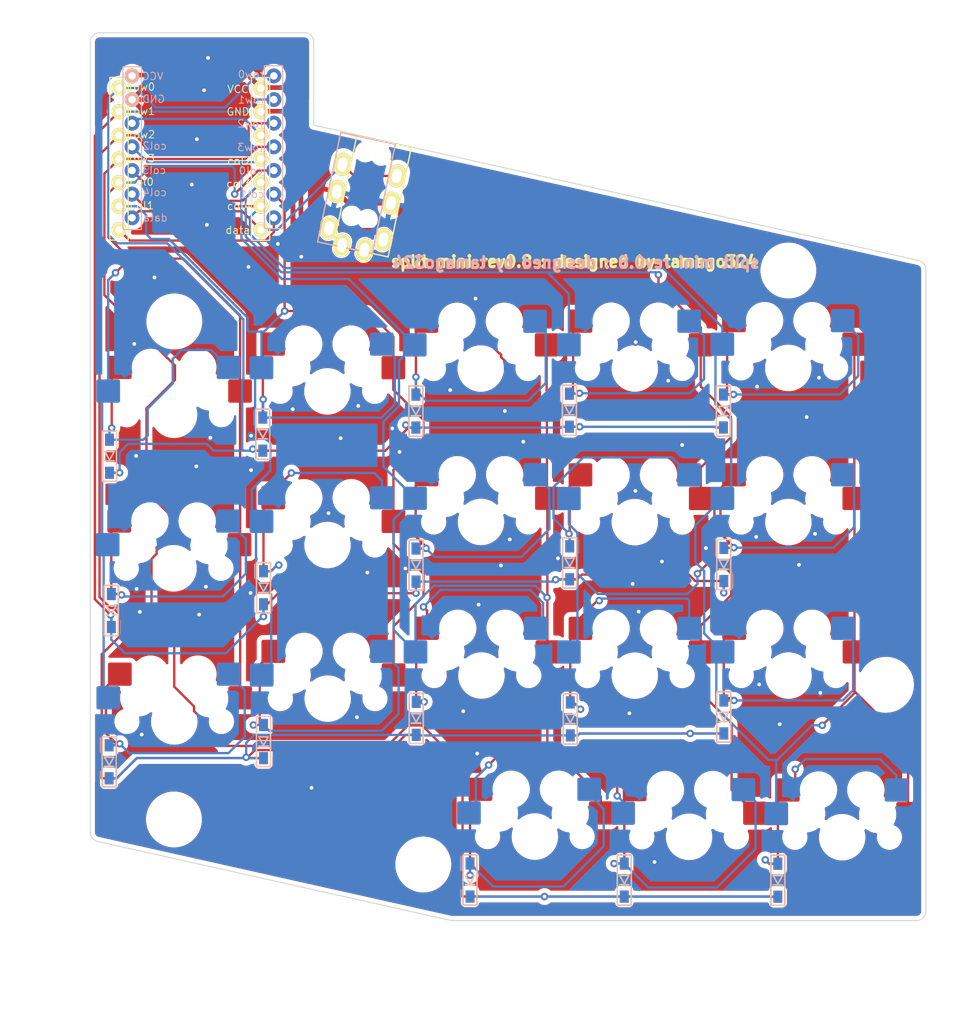
<source format=kicad_pcb>
(kicad_pcb (version 20211014) (generator pcbnew)
  (layers (0 "F.Cu" signal) (31 "B.Cu" signal) (34 "B.Paste" user) (35 "F.Paste" user) (36 "B.SilkS" user "B.Silkscreen") (37 "F.SilkS" user "F.Silkscreen") (38 "B.Mask" user) (39 "F.Mask" user) (44 "Edge.Cuts" user))
  (net 0 "")
  (net 1 "row0")
  (net 2 "Net-(D1-Pad2)")
  (net 3 "Net-(D2-Pad2)")
  (net 4 "Net-(D3-Pad2)")
  (net 5 "Net-(D4-Pad2)")
  (net 6 "Net-(D5-Pad2)")
  (net 7 "Net-(D6-Pad2)")
  (net 8 "Net-(D7-Pad2)")
  (net 9 "Net-(D8-Pad2)")
  (net 10 "Net-(D9-Pad2)")
  (net 11 "Net-(D10-Pad2)")
  (net 12 "row1")
  (net 13 "Net-(D11-Pad2)")
  (net 14 "Net-(D12-Pad2)")
  (net 15 "Net-(D13-Pad2)")
  (net 16 "Net-(D14-Pad2)")
  (net 17 "Net-(D15-Pad2)")
  (net 18 "Net-(D16-Pad2)")
  (net 19 "Net-(D17-Pad2)")
  (net 20 "Net-(D18-Pad2)")
  (net 21 "row2")
  (net 22 "row3")
  (net 23 "unconnected-(J1-PadA)")
  (net 24 "data")
  (net 25 "GND")
  (net 26 "VCC")
  (net 27 "col0")
  (net 28 "col1")
  (net 29 "col2")
  (net 30 "col3")
  (net 31 "col4")
  (net 32 "unconnected-(U1-Pad7)")
  (net 33 "unconnected-(U1-Pad12)")
  (footprint "split-mini:D3_SMD" (layer "F.Cu") (at 43.31 83.14 90)
    (fp_text reference "D7" hide)
    (fp_text value "D" hide)
  )
  (footprint "split-mini:MX-Hotswap-1U" (layer "F.Cu") (at 33.65 81.05)
    (fp_text reference "SW6")
    (fp_text value "SW_PUSH")
  )
  (footprint "split-mini:MX-Hotswap-1U" (layer "F.Cu") (at 33.72 97.5)
    (fp_text reference "SW11")
    (fp_text value "SW_PUSH")
  )
  (footprint "split-mini:D3_SMD" (layer "F.Cu") (at 26.96 85.58 90)
    (fp_text reference "D6" hide)
    (fp_text value "D" hide)
  )
  (footprint "split-mini:MX-Hotswap-1U" (layer "F.Cu") (at 83.21 76.09)
    (fp_text reference "SW9")
    (fp_text value "SW_PUSH")
  )
  (footprint "split-mini:MX-Hotswap-1U" (layer "F.Cu") (at 66.65 59.59)
    (fp_text reference "SW3")
    (fp_text value "SW_PUSH")
  )
  (footprint "split-mini:D3_SMD" (layer "F.Cu") (at 76.21 80.46 90)
    (fp_text reference "D9" hide)
    (fp_text value "D" hide)
  )
  (footprint "split-mini:D3_SMD" (layer "F.Cu") (at 65.5 114.53 90)
    (fp_text reference "D16" hide)
    (fp_text value "D" hide)
  )
  (footprint "split-mini:D3_SMD" (layer "F.Cu") (at 26.73 101.83 90)
    (fp_text reference "D11" hide)
    (fp_text value "D" hide)
  )
  (footprint "split-mini:D3_SMD" (layer "F.Cu") (at 76.27 97.23 90)
    (fp_text reference "D14" hide)
    (fp_text value "D" hide)
  )
  (footprint "split-mini:D3_SMD" (layer "F.Cu") (at 82.08 114.54 90)
    (fp_text reference "D17" hide)
    (fp_text value "D" hide)
  )
  (footprint "split-mini:MX-Hotswap-1U" (layer "F.Cu") (at 99.7 59.52)
    (fp_text reference "SW5")
    (fp_text value "SW_PUSH")
  )
  (footprint "split-mini:M2_HOLE_v2_4.5mm" (layer "F.Cu") (at 99.71 49.06)
    (fp_text reference "HOLE3" hide)
    (fp_text value "Val**" hide)
  )
  (footprint "split-mini:MX-Hotswap-1U" (layer "F.Cu") (at 99.73 92.57)
    (fp_text reference "SW15")
    (fp_text value "SW_PUSH")
  )
  (footprint "split-mini:D3_SMD" (layer "F.Cu") (at 59.72 97.17 90)
    (fp_text reference "D13" hide)
    (fp_text value "D" hide)
  )
  (footprint "split-mini:MX-Hotswap-1U" (layer "F.Cu") (at 50.19 78.55)
    (fp_text reference "SW7")
    (fp_text value "SW_PUSH")
  )
  (footprint "split-mini:D3_SMD" (layer "F.Cu") (at 26.77 69.01 90)
    (fp_text reference "D1" hide)
    (fp_text value "D" hide)
  )
  (footprint "split-mini:M2_HOLE_v2_4.5mm" (layer "F.Cu") (at 60.48 112.87)
    (fp_text reference "HOLE5" hide)
    (fp_text value "Val**" hide)
  )
  (footprint "split-mini:MX-Hotswap-1U" (layer "F.Cu") (at 72.47 109.87)
    (fp_text reference "SW16")
    (fp_text value "SW_PUSH")
  )
  (footprint "split-mini:D3_SMD" (layer "F.Cu") (at 98.58 114.56 90)
    (fp_text reference "D18" hide)
    (fp_text value "D" hide)
  )
  (footprint "split-mini:M2_HOLE_v2_4.5mm" (layer "F.Cu") (at 33.69 108.03)
    (fp_text reference "HOLE4" hide)
    (fp_text value "Val*" hide)
  )
  (footprint "split-mini:D3_SMD" (layer "F.Cu") (at 76.18 64.07 90)
    (fp_text reference "D4" hide)
    (fp_text value "D" hide)
  )
  (footprint "split-mini:D3_SMD" (layer "F.Cu") (at 92.77 80.64 90)
    (fp_text reference "D10" hide)
    (fp_text value "D" hide)
  )
  (footprint "split-mini:MX-Hotswap-1U" (layer "F.Cu") (at 105.49 109.94)
    (fp_text reference "SW18")
    (fp_text value "SW_PUSH")
  )
  (footprint "split-mini:MJ-4PP-9" (layer "F.Cu") (at 56.2629 35.2333 -12)
    (fp_text reference "J1" hide)
    (fp_text value "MJ-4PP-9" hide)
  )
  (footprint "split-mini:D3_SMD" (layer "F.Cu") (at 59.69 64.16 90)
    (fp_text reference "D3" hide)
    (fp_text value "D" hide)
  )
  (footprint "split-mini:MX-Hotswap-1U" (layer "F.Cu") (at 66.68 76.07)
    (fp_text reference "SW8")
    (fp_text value "SW_PUSH")
  )
  (footprint "split-mini:M2_HOLE_v2_4.5mm" (layer "F.Cu") (at 110.2 93.56)
    (fp_text reference "HOLE2" hide)
    (fp_text value "Val**" hide)
  )
  (footprint "split-mini:MX-Hotswap-1U" (layer "F.Cu") (at 89.04 109.9)
    (fp_text reference "SW17")
    (fp_text value "SW_PUSH")
  )
  (footprint "split-mini:XIAO-RP2040_mod" (layer "F.Cu") (at 26.52 47.625)
    (fp_text reference "U1" hide)
    (fp_text value "Seeed Studio XIAO SAMD21")
  )
  (footprint "split-mini:MX-Hotswap-1U" (layer "F.Cu") (at 99.71 76.08)
    (fp_text reference "SW10")
    (fp_text value "SW_PUSH")
  )
  (footprint "split-mini:D3_SMD" (layer "F.Cu") (at 92.77 97.02 90)
    (fp_text reference "D15" hide)
    (fp_text value "D" hide)
  )
  (footprint "split-mini:MX-Hotswap-1U" (layer "F.Cu") (at 50.18 62.04)
    (fp_text reference "SW2")
    (fp_text value "SW_PUSH")
  )
  (footprint "split-mini:MX-Hotswap-1U" (layer "F.Cu") (at 66.73 92.57)
    (fp_text reference "SW13")
    (fp_text value "SW_PUSH")
  )
  (footprint "split-mini:M2_HOLE_v2_4.5mm" (layer "F.Cu") (at 33.73 54.53)
    (fp_text reference "HOLE1" hide)
    (fp_text value "Val**" hide)
  )
  (footprint "split-mini:MX-Hotswap-1U" (layer "F.Cu") (at 50.21 95.05)
    (fp_text reference "SW12")
    (fp_text value "SW_PUSH")
  )
  (footprint "split-mini:MX-Hotswap-1U" (layer "F.Cu") (at 83.21 92.58)
    (fp_text reference "SW14")
    (fp_text value "SW_PUSH")
  )
  (footprint "split-mini:MX-Hotswap-1U" (layer "F.Cu") (at 33.71 64.55)
    (fp_text reference "SW1")
    (fp_text value "SW_PUSH")
  )
  (footprint "split-mini:D3_SMD" (layer "F.Cu") (at 92.73 64.15 90)
    (fp_text reference "D5" hide)
    (fp_text value "D" hide)
  )
  (footprint "split-mini:D3_SMD" (layer "F.Cu") (at 59.7 80.7 90)
    (fp_text reference "D8" hide)
    (fp_text value "D" hide)
  )
  (footprint "split-mini:MX-Hotswap-1U" (layer "F.Cu") (at 83.21 59.58)
    (fp_text reference "SW4")
    (fp_text value "SW_PUSH")
  )
  (footprint "split-mini:D3_SMD" (layer "F.Cu") (at 43.24 66.64 90)
    (fp_text reference "D2" hide)
    (fp_text value "D" hide)
  )
  (footprint "split-mini:D3_SMD" (layer "F.Cu") (at 43.31 99.66 90)
    (fp_text reference "D12" hide)
    (fp_text value "D" hide)
  )
  (gr_line (start 113.7 47.98) (end 48.706692 33.440758) (layer "Edge.Cuts") (width 0.1))
  (gr_line (start 114.481692 117.888869) (end 114.481692 48.95588) (layer "Edge.Cuts") (width 0.1))
  (gr_arc (start 24.706692 24.513869) (mid 24.999585 23.806762) (end 25.706692 23.513869) (layer "Edge.Cuts") (width 0.1))
  (gr_arc (start 114.481692 117.888869) (mid 114.188795 118.595977) (end 113.481692 118.888869) (layer "Edge.Cuts") (width 0.1))
  (gr_arc (start 113.7 47.98) (mid 114.262145 48.330714) (end 114.481692 48.95588) (layer "Edge.Cuts") (width 0.1))
  (gr_line (start 63.592178 118.888869) (end 113.481692 118.888869) (layer "Edge.Cuts") (width 0.1))
  (gr_line (start 25.488384 110.389626) (end 63.37387 118.864748) (layer "Edge.Cuts") (width 0.1))
  (gr_arc (start 63.592178 118.888869) (mid 63.482359 118.882823) (end 63.37387 118.864748) (layer "Edge.Cuts") (width 0.1))
  (gr_line (start 24.706692 24.513869) (end 24.706692 109.413746) (layer "Edge.Cuts") (width 0.1))
  (gr_arc (start 25.488384 110.389626) (mid 24.926209 110.038923) (end 24.706692 109.413746) (layer "Edge.Cuts") (width 0.1))
  (gr_line (start 47.706692 23.513869) (end 25.706692 23.513869) (layer "Edge.Cuts") (width 0.1))
  (gr_arc (start 47.706692 23.513869) (mid 48.413798 23.806763) (end 48.706692 24.513869) (layer "Edge.Cuts") (width 0.1))
  (gr_line (start 48.706692 24.513869) (end 48.706692 33.440758) (layer "Edge.Cuts") (width 0.1))
  (gr_text "split mini rev0.8 : designed by tamago324" (at 76.89 48.2) (layer "B.SilkS") (effects (font (size 1.2 1.2) (thickness 0.3)) (justify mirror)))
  (gr_text "split mini rev0.8 : designed by tamago324" (at 76.72 48.1) (layer "F.SilkS") (effects (font (size 1.2 1.2) (thickness 0.3))))
  (segment (start 42.2672 68.2425) (end 42.161 68.2425) (width 0.25) (layer "F.Cu") (net 1))
  (segment (start 27.5703 70.785) (end 27.8527 70.785) (width 0.25) (layer "F.Cu") (net 1))
  (segment (start 59.69 65.935) (end 58.8897 65.935) (width 0.25) (layer "F.Cu") (net 1))
  (segment (start 92.73 65.925) (end 91.9297 65.925) (width 0.25) (layer "F.Cu") (net 1))
  (segment (start 43.24 68.415) (end 42.4397 68.415) (width 0.25) (layer "F.Cu") (net 1))
  (segment (start 43.24 68.415) (end 56.4097 68.415) (width 0.25) (layer "F.Cu") (net 1))
  (segment (start 58.6081 65.6534) (end 58.8897 65.935) (width 0.25) (layer "F.Cu") (net 1))
  (segment (start 26.77 70.785) (end 27.5703 70.785) (width 0.25) (layer "F.Cu") (net 1))
  (segment (start 76.18 65.845) (end 76.9803 65.845) (width 0.25) (layer "F.Cu") (net 1))
  (segment (start 56.4097 68.415) (end 58.8897 65.935) (width 0.25) (layer "F.Cu") (net 1))
  (segment (start 77.2889 65.845) (end 91.8497 65.845) (width 0.25) (layer "F.Cu") (net 1))
  (segment (start 42.4397 68.415) (end 42.2672 68.2425) (width 0.25) (layer "F.Cu") (net 1))
  (segment (start 91.8497 65.845) (end 91.9297 65.925) (width 0.25) (layer "F.Cu") (net 1))
  (segment (start 76.9803 65.845) (end 77.2889 65.845) (width 0.25) (layer "F.Cu") (net 1))
  (via (at 42.161 68.2425) (size 0.8) (drill 0.4) (layers "F.Cu" "B.Cu") (net 1))
  (via (at 77.2889 65.845) (size 0.8) (drill 0.4) (layers "F.Cu" "B.Cu") (net 1))
  (via (at 27.8527 70.785) (size 0.8) (drill 0.4) (layers "F.Cu" "B.Cu") (net 1))
  (via (at 58.6081 65.6534) (size 0.8) (drill 0.4) (layers "F.Cu" "B.Cu") (net 1))
  (segment (start 58.8897 65.935) (end 59.69 65.935) (width 0.25) (layer "B.Cu") (net 1))
  (segment (start 92.73 65.925) (end 91.9297 65.925) (width 0.25) (layer "B.Cu") (net 1))
  (segment (start 26.77 70.785) (end 27.4577 70.785) (width 0.25) (layer "B.Cu") (net 1))
  (segment (start 75.7799 65.845) (end 76.18 65.845) (width 0.25) (layer "B.Cu") (net 1))
  (segment (start 31.719 31.544) (end 39.181 31.544) (width 0.25) (layer "B.Cu") (net 1))
  (segment (start 37.234695 67.685) (end 37.964695 68.415) (width 0.25) (layer "B.Cu") (net 1))
  (segment (start 26.6423 30.6042) (end 27.7925 29.454) (width 0.25) (layer "B.Cu") (net 1))
  (segment (start 37.964695 68.415) (end 41.1863 68.415) (width 0.25) (layer "B.Cu") (net 1))
  (segment (start 75.2897 65.935) (end 75.3797 65.845) (width 0.25) (layer "B.Cu") (net 1))
  (segment (start 41.152 54.317696) (end 32.968704 46.1344) (width 0.25) (layer "B.Cu") (net 1))
  (segment (start 27.8527 68.5973) (end 28.765 67.685) (width 0.25) (layer "B.Cu") (net 1))
  (segment (start 41.025 68.2537) (end 41.025 60.864462) (width 0.25) (layer "B.Cu") (net 1))
  (segment (start 27.4577 70.785) (end 27.8527 70.785) (width 0.25) (layer "B.Cu") (net 1))
  (segment (start 39.181 31.544) (end 42.57 28.155) (width 0.25) (layer "B.Cu") (net 1))
  (segment (start 42.2672 68.2425) (end 42.4397 68.415) (width 0.25) (layer "B.Cu") (net 1))
  (segment (start 91.9297 65.925) (end 91.8497 65.845) (width 0.25) (layer "B.Cu") (net 1))
  (segment (start 43.24 68.415) (end 42.4397 68.415) (width 0.25) (layer "B.Cu") (net 1))
  (segment (start 27.5758 46.1344) (end 26.6423 45.2009) (width 0.25) (layer "B.Cu") (net 1))
  (segment (start 41.1863 68.415) (end 41.025 68.2537) (width 0.25) (layer "B.Cu") (net 1))
  (segment (start 29.629 29.454) (end 31.719 31.544) (width 0.25) (layer "B.Cu") (net 1))
  (segment (start 32.968704 46.1344) (end 27.5758 46.1344) (width 0.25) (layer "B.Cu") (net 1))
  (segment (start 58.6081 65.6534) (end 58.8897 65.935) (width 0.25) (layer "B.Cu") (net 1))
  (segment (start 27.7925 29.454) (end 29.629 29.454) (width 0.25) (layer "B.Cu") (net 1))
  (segment (start 75.7799 65.845) (end 75.3797 65.845) (width 0.25) (layer "B.Cu") (net 1))
  (segment (start 28.765 67.685) (end 37.234695 67.685) (width 0.25) (layer "B.Cu") (net 1))
  (segment (start 41.152 60.737462) (end 41.152 54.317696) (width 0.25) (layer "B.Cu") (net 1))
  (segment (start 26.6423 45.2009) (end 26.6423 30.6042) (width 0.25) (layer "B.Cu") (net 1))
  (segment (start 42.57 28.155) (end 44.425 28.155) (width 0.25) (layer "B.Cu") (net 1))
  (segment (start 41.1863 68.415) (end 42.4397 68.415) (width 0.25) (layer "B.Cu") (net 1))
  (segment (start 91.8497 65.845) (end 77.2889 65.845) (width 0.25) (layer "B.Cu") (net 1))
  (segment (start 59.69 65.935) (end 75.2897 65.935) (width 0.25) (layer "B.Cu") (net 1))
  (segment (start 42.161 68.2425) (end 42.2672 68.2425) (width 0.25) (layer "B.Cu") (net 1))
  (segment (start 27.8527 70.785) (end 27.8527 68.5973) (width 0.25) (layer "B.Cu") (net 1))
  (segment (start 77.2889 65.845) (end 76.18 65.845) (width 0.25) (layer "B.Cu") (net 1))
  (segment (start 41.025 60.864462) (end 41.152 60.737462) (width 0.25) (layer "B.Cu") (net 1))
  (segment (start 27.0039 65.9759) (end 27.0039 60.3341) (width 0.25) (layer "F.Cu") (net 2))
  (segment (start 26.77 66.2098) (end 27.0039 65.9759) (width 0.25) (layer "F.Cu") (net 2))
  (segment (start 27.0039 60.3341) (end 27.868 59.47) (width 0.25) (layer "F.Cu") (net 2))
  (segment (start 26.77 67.235) (end 26.77 66.2098) (width 0.25) (layer "F.Cu") (net 2))
  (via (at 27.0039 65.9759) (size 0.8) (drill 0.4) (layers "F.Cu" "B.Cu") (net 2))
  (segment (start 33.56 61.2) (end 30.85 63.91) (width 0.25) (layer "B.Cu") (net 2))
  (segment (start 30.85 63.91) (end 30.87147 63.93147) (width 0.25) (layer "B.Cu") (net 2))
  (segment (start 39.552 59.47) (end 37.6757 57.5937) (width 0.25) (layer "B.Cu") (net 2))
  (segment (start 30.87147 63.93147) (end 30.87147 66.77853) (width 0.25) (layer "B.Cu") (net 2))
  (segment (start 34.5163 57.5937) (end 33.56 58.55) (width 0.25) (layer "B.Cu") (net 2))
  (segment (start 37.6757 57.5937) (end 34.5163 57.5937) (width 0.25) (layer "B.Cu") (net 2))
  (segment (start 26.77 66.2597) (end 27.0039 66.0258) (width 0.25) (layer "B.Cu") (net 2))
  (segment (start 27.0039 66.0258) (end 27.0039 65.9759) (width 0.25) (layer "B.Cu") (net 2))
  (segment (start 33.56 58.55) (end 33.56 61.2) (width 0.25) (layer "B.Cu") (net 2))
  (segment (start 26.77 67.235) (end 26.77 66.2597) (width 0.25) (layer "B.Cu") (net 2))
  (segment (start 30.415 67.235) (end 26.77 67.235) (width 0.25) (layer "B.Cu") (net 2))
  (segment (start 30.87147 66.77853) (end 30.415 67.235) (width 0.25) (layer "B.Cu") (net 2))
  (segment (start 43.24 58.058) (end 44.338 56.96) (width 0.25) (layer "F.Cu") (net 3))
  (segment (start 43.275 64.83) (end 43.24 64.865) (width 0.25) (layer "F.Cu") (net 3))
  (segment (start 43.275 62.9) (end 43.275 64.83) (width 0.25) (layer "F.Cu") (net 3))
  (segment (start 43.24 64.865) (end 43.24 58.058) (width 0.25) (layer "F.Cu") (net 3))
  (via (at 43.275 62.9) (size 0.8) (drill 0.4) (layers "F.Cu" "B.Cu") (net 3))
  (segment (start 43.275 62.9) (end 43.275 64.83) (width 0.25) (layer "B.Cu") (net 3))
  (segment (start 43.24 64.865) (end 55.995 64.865) (width 0.25) (layer "B.Cu") (net 3))
  (segment (start 57.4247 58.3627) (end 56.022 56.96) (width 0.25) (layer "B.Cu") (net 3))
  (segment (start 57.4247 63.4353) (end 57.4247 58.3627) (width 0.25) (layer "B.Cu") (net 3))
  (segment (start 43.275 64.83) (end 43.24 64.865) (width 0.25) (layer "B.Cu") (net 3))
  (segment (start 55.995 64.865) (end 57.4247 63.4353) (width 0.25) (layer "B.Cu") (net 3))
  (segment (start 59.69 60.4947) (end 59.69 55.628) (width 0.25) (layer "F.Cu") (net 4))
  (segment (start 59.69 55.628) (end 60.808 54.51) (width 0.25) (layer "F.Cu") (net 4))
  (segment (start 59.69 62.385) (end 59.69 60.4947) (width 0.25) (layer "F.Cu") (net 4))
  (via (at 59.69 60.4947) (size 0.8) (drill 0.4) (layers "F.Cu" "B.Cu") (net 4))
  (segment (start 59.69 62.385) (end 59.69 61.9245) (width 0.25) (layer "B.Cu") (net 4))
  (segment (start 71.737371 63.05) (end 73.64 61.147371) (width 0.25) (layer "B.Cu") (net 4))
  (segment (start 59.69 61.9245) (end 60.8155 63.05) (width 0.25) (layer "B.Cu") (net 4))
  (segment (start 59.69 61.9245) (end 59.69 60.4947) (width 0.25) (layer "B.Cu") (net 4))
  (segment (start 73.64 61.147371) (end 73.64 55.658) (width 0.25) (layer "B.Cu") (net 4))
  (segment (start 73.64 55.658) (end 72.492 54.51) (width 0.25) (layer "B.Cu") (net 4))
  (segment (start 60.8155 63.05) (end 71.737371 63.05) (width 0.25) (layer "B.Cu") (net 4))
  (segment (start 76.5802 62.295) (end 76.5802 55.2878) (width 0.25) (layer "F.Cu") (net 5))
  (segment (start 76.9803 62.295) (end 77.0299 62.2454) (width 0.25) (layer "F.Cu") (net 5))
  (segment (start 76.5802 55.2878) (end 77.368 54.5) (width 0.25) (layer "F.Cu") (net 5))
  (segment (start 76.5802 62.295) (end 76.9803 62.295) (width 0.25) (layer "F.Cu") (net 5))
  (segment (start 77.0299 62.2454) (end 77.2686 62.2454) (width 0.25) (layer "F.Cu") (net 5))
  (segment (start 76.18 62.295) (end 76.5802 62.295) (width 0.25) (layer "F.Cu") (net 5))
  (via (at 77.2686 62.2454) (size 0.8) (drill 0.4) (layers "F.Cu" "B.Cu") (net 5))
  (segment (start 77.219 62.295) (end 77.2686 62.2454) (width 0.25) (layer "B.Cu") (net 5))
  (segment (start 77.2686 62.2454) (end 89.1146 62.2454) (width 0.25) (layer "B.Cu") (net 5))
  (segment (start 90.65 60.71) (end 90.65 56.098) (width 0.25) (layer "B.Cu") (net 5))
  (segment (start 90.65 56.098) (end 89.052 54.5) (width 0.25) (layer "B.Cu") (net 5))
  (segment (start 89.1146 62.2454) (end 90.65 60.71) (width 0.25) (layer "B.Cu") (net 5))
  (segment (start 76.18 62.295) (end 77.219 62.295) (width 0.25) (layer "B.Cu") (net 5))
  (segment (start 93.1302 62.375) (end 93.1302 55.1678) (width 0.25) (layer "F.Cu") (net 6))
  (segment (start 93.1302 62.375) (end 93.5303 62.375) (width 0.25) (layer "F.Cu") (net 6))
  (segment (start 93.1302 55.1678) (end 93.858 54.44) (width 0.25) (layer "F.Cu") (net 6))
  (segment (start 93.5303 62.375) (end 93.814 62.375) (width 0.25) (layer "F.Cu") (net 6))
  (segment (start 92.73 62.375) (end 93.1302 62.375) (width 0.25) (layer "F.Cu") (net 6))
  (via (at 93.814 62.375) (size 0.8) (drill 0.4) (layers "F.Cu" "B.Cu") (net 6))
  (segment (start 93.1302 62.375) (end 93.814 62.375) (width 0.25) (layer "B.Cu") (net 6))
  (segment (start 105.542 54.44) (end 107.22 56.118) (width 0.25) (layer "B.Cu") (net 6))
  (segment (start 105.235 62.375) (end 93.814 62.375) (width 0.25) (layer "B.Cu") (net 6))
  (segment (start 107.22 60.39) (end 105.235 62.375) (width 0.25) (layer "B.Cu") (net 6))
  (segment (start 92.73 62.375) (end 93.1302 62.375) (width 0.25) (layer "B.Cu") (net 6))
  (segment (start 107.22 56.118) (end 107.22 60.39) (width 0.25) (layer "B.Cu") (net 6))
  (segment (start 26.96 76.818) (end 27.808 75.97) (width 0.25) (layer "F.Cu") (net 7))
  (segment (start 26.96 83.805) (end 26.96 76.818) (width 0.25) (layer "F.Cu") (net 7))
  (segment (start 27.9621 83.805) (end 28.0622 83.9051) (width 0.25) (layer "F.Cu") (net 7))
  (segment (start 26.96 83.805) (end 27.9621 83.805) (width 0.25) (layer "F.Cu") (net 7))
  (via (at 28.0622 83.9051) (size 0.8) (drill 0.4) (layers "F.Cu" "B.Cu") (net 7))
  (segment (start 39.492 75.97) (end 41.42 77.898) (width 0.25) (layer "B.Cu") (net 7))
  (segment (start 41.42 81.62) (end 38.965 84.075) (width 0.25) (layer "B.Cu") (net 7))
  (segment (start 38.965 84.075) (end 28.2321 84.075) (width 0.25) (layer "B.Cu") (net 7))
  (segment (start 41.42 77.898) (end 41.42 81.62) (width 0.25) (layer "B.Cu") (net 7))
  (segment (start 28.2321 84.075) (end 28.0622 83.9051) (width 0.25) (layer "B.Cu") (net 7))
  (segment (start 26.96 83.805) (end 27.7603 83.805) (width 0.25) (layer "B.Cu") (net 7))
  (segment (start 27.7603 83.805) (end 27.9621 83.805) (width 0.25) (layer "B.Cu") (net 7))
  (segment (start 27.9621 83.805) (end 28.0622 83.9051) (width 0.25) (layer "B.Cu") (net 7))
  (segment (start 44.348 72.772) (end 46.31 70.81) (width 0.25) (layer "F.Cu") (net 8))
  (segment (start 44.348 73.47) (end 44.348 72.772) (width 0.25) (layer "F.Cu") (net 8))
  (segment (start 43.31 74.508) (end 44.348 73.47) (width 0.25) (layer "F.Cu") (net 8))
  (segment (start 43.31 81.365) (end 44.1103 81.365) (width 0.25) (layer "F.Cu") (net 8))
  (segment (start 44.9577 80.7016) (end 44.7737 80.7016) (width 0.25) (layer "F.Cu") (net 8))
  (segment (start 43.31 81.365) (end 43.31 74.508) (width 0.25) (layer "F.Cu") (net 8))
  (segment (start 44.9577 80.4563) (end 44.9577 80.7016) (width 0.25) (layer "F.Cu") (net 8))
  (segment (start 44.7737 80.7016) (end 44.1103 81.365) (width 0.25) (layer "F.Cu") (net 8))
  (via (at 46.31 70.81) (size 0.8) (drill 0.4) (layers "F.Cu" "B.Cu") (net 8))
  (via (at 44.9577 80.7016) (size 0.8) (drill 0.4) (layers "F.Cu" "B.Cu") (net 8))
  (segment (start 44.1103 81.365) (end 44.7737 80.7016) (width 0.25) (layer "B.Cu") (net 8))
  (segment (start 43.31 81.365) (end 44.1103 81.365) (width 0.25) (layer "B.Cu") (net 8))
  (segment (start 44.7737 80.7016) (end 44.9577 80.7016) (width 0.25) (layer "B.Cu") (net 8))
  (segment (start 56.032 71.632) (end 56.032 73.47) (width 0.25) (layer "B.Cu") (net 8))
  (segment (start 55.21 70.81) (end 56.032 71.632) (width 0.25) (layer "B.Cu") (net 8))
  (segment (start 44.9577 80.4563) (end 44.9577 80.7016) (width 0.25) (layer "B.Cu") (net 8))
  (segment (start 46.31 70.81) (end 55.21 70.81) (width 0.25) (layer "B.Cu") (net 8))
  (segment (start 60.2401 78.3849) (end 60.4237 78.3849) (width 0.25) (layer "F.Cu") (net 9))
  (segment (start 60.4237 78.3849) (end 60.7772 78.7384) (width 0.25) (layer "F.Cu") (net 9))
  (segment (start 59.66 72.168) (end 59.66 77.6212) (width 0.25) (layer "F.Cu") (net 9))
  (segment (start 59.7 78.925) (end 60.2401 78.3849) (width 0.25) (layer "F.Cu") (net 9))
  (segment (start 59.66 77.6212) (end 60.4237 78.3849) (width 0.25) (layer "F.Cu") (net 9))
  (segment (start 60.838 70.99) (end 59.66 72.168) (width 0.25) (layer "F.Cu") (net 9))
  (segment (start 60.7772 78.7384) (end 60.7772 78.9074) (width 0.25) (layer "F.Cu") (net 9))
  (via (at 60.7772 78.9074) (size 0.8) (drill 0.4) (layers "F.Cu" "B.Cu") (net 9))
  (segment (start 59.7 78.925) (end 60.5003 78.925) (width 0.25) (layer "B.Cu") (net 9))
  (segment (start 60.7772 78.9074) (end 61.6948 79.825) (width 0.25) (layer "B.Cu") (net 9))
  (segment (start 61.6948 79.825) (end 71.025 79.825) (width 0.25) (layer "B.Cu") (net 9))
  (segment (start 74.0283 72.4963) (end 72.522 70.99) (width 0.25) (layer "B.Cu") (net 9))
  (segment (start 74.0283 76.8217) (end 74.0283 72.4963) (width 0.25) (layer "B.Cu") (net 9))
  (segment (start 60.7596 78.925) (end 60.7772 78.9074) (width 0.25) (layer "B.Cu") (net 9))
  (segment (start 71.025 79.825) (end 74.0283 76.8217) (width 0.25) (layer "B.Cu") (net 9))
  (segment (start 60.5003 78.925) (end 60.7596 78.925) (width 0.25) (layer "B.Cu") (net 9))
  (segment (start 76.21 72.168) (end 77.368 71.01) (width 0.25) (layer "F.Cu") (net 10))
  (segment (start 76.21 77.349) (end 76.21 72.168) (width 0.25) (layer "F.Cu") (net 10))
  (segment (start 76.21 78.685) (end 76.21 77.349) (width 0.25) (layer "F.Cu") (net 10))
  (segment (start 76.1391 77.349) (end 76.21 77.349) (width 0.25) (layer "F.Cu") (net 10))
  (via (at 76.1391 77.349) (size 0.8) (drill 0.4) (layers "F.Cu" "B.Cu") (net 10))
  (segment (start 76.1391 77.6388) (end 76.1391 77.349) (width 0.25) (layer "B.Cu") (net 10))
  (segment (start 74.4783 72.3262) (end 77.673 69.1315) (width 0.25) (layer "B.Cu") (net 10))
  (segment (start 76.1391 77.349) (end 74.4783 75.6882) (width 0.25) (layer "B.Cu") (net 10))
  (segment (start 76.21 78.685) (end 76.21 77.7097) (width 0.25) (layer "B.Cu") (net 10))
  (segment (start 76.21 77.7097) (end 76.1391 77.6388) (width 0.25) (layer "B.Cu") (net 10))
  (segment (start 74.4783 75.6882) (end 74.4783 72.3262) (width 0.25) (layer "B.Cu") (net 10))
  (segment (start 87.1735 69.1315) (end 89.052 71.01) (width 0.25) (layer "B.Cu") (net 10))
  (segment (start 77.673 69.1315) (end 87.1735 69.1315) (width 0.25) (layer "B.Cu") (net 10))
  (segment (start 93.868 71) (end 92.41 72.458) (width 0.25) (layer "F.Cu") (net 11))
  (segment (start 92.41 77.3056) (end 93.4463 78.3419) (width 0.25) (layer "F.Cu") (net 11))
  (segment (start 93.8521 78.7477) (end 93.8521 78.8336) (width 0.25) (layer "F.Cu") (net 11))
  (segment (start 92.41 72.458) (end 92.41 77.3056) (width 0.25) (layer "F.Cu") (net 11))
  (segment (start 92.77 78.865) (end 93.2931 78.3419) (width 0.25) (layer "F.Cu") (net 11))
  (segment (start 93.4463 78.3419) (end 93.8521 78.7477) (width 0.25) (layer "F.Cu") (net 11))
  (segment (start 93.2931 78.3419) (end 93.4463 78.3419) (width 0.25) (layer "F.Cu") (net 11))
  (via (at 93.8521 78.8336) (size 0.8) (drill 0.4) (layers "F.Cu" "B.Cu") (net 11))
  (segment (start 93.5703 78.865) (end 93.8207 78.865) (width 0.25) (layer "B.Cu") (net 11))
  (segment (start 106.78 76.62) (end 104.5664 78.8336) (width 0.25) (layer "B.Cu") (net 11))
  (segment (start 104.5664 78.8336) (end 93.8521 78.8336) (width 0.25) (layer "B.Cu") (net 11))
  (segment (start 106.78 72.228) (end 106.78 76.62) (width 0.25) (layer "B.Cu") (net 11))
  (segment (start 92.77 78.865) (end 93.5703 78.865) (width 0.25) (layer "B.Cu") (net 11))
  (segment (start 93.8207 78.865) (end 93.8521 78.8336) (width 0.25) (layer "B.Cu") (net 11))
  (segment (start 105.552 71) (end 106.78 72.228) (width 0.25) (layer "B.Cu") (net 11))
  (segment (start 89.698795 82.415) (end 92.77 82.415) (width 0.25) (layer "F.Cu") (net 12))
  (segment (start 25.1944 34.5921) (end 27.7925 31.994) (width 0.25) (layer "F.Cu") (net 12))
  (segment (start 89.008795 81.725) (end 89.698795 82.415) (width 0.25) (layer "F.Cu") (net 12))
  (segment (start 25.1944 84.372) (end 25.1944 34.5921) (width 0.25) (layer "F.Cu") (net 12))
  (segment (start 75.4097 82.235) (end 74.733 82.235) (width 0.25) (layer "F.Cu") (net 12))
  (segment (start 92.77 83.6828) (end 92.77 82.415) (width 0.25) (layer "F.Cu") (net 12))
  (segment (start 26.8947 86.0723) (end 26.96 86.1376) (width 0.25) (layer "F.Cu") (net 12))
  (segment (start 43.5101 84.915) (end 43.3101 85.115) (width 0.25) (layer "F.Cu") (net 12))
  (segment (start 26.96 86.1376) (end 26.96 87.355) (width 0.25) (layer "F.Cu") (net 12))
  (segment (start 26.8947 86.0723) (end 25.1944 84.372) (width 0.25) (layer "F.Cu") (net 12))
  (segment (start 76.21 82.235) (end 77.0103 82.235) (width 0.25) (layer "F.Cu") (net 12))
  (segment (start 43.5101 84.915) (end 43.7102 84.915) (width 0.25) (layer "F.Cu") (net 12))
  (segment (start 59.7 82.475) (end 59.7 83.7267) (width 0.25) (layer "F.Cu") (net 12))
  (segment (start 59.7 83.7267) (end 44.8985 83.7267) (width 0.25) (layer "F.Cu") (net 12))
  (segment (start 43.3101 86.2307) (end 43.31 86.2307) (width 0.25) (layer "F.Cu") (net 12))
  (segment (start 43.31 84.915) (end 43.5101 84.915) (width 0.25) (layer "F.Cu") (net 12))
  (segment (start 44.8985 83.7267) (end 43.7102 84.915) (width 0.25) (layer "F.Cu") (net 12))
  (segment (start 43.3101 85.115) (end 43.3101 86.2307) (width 0.25) (layer "F.Cu") (net 12))
  (segment (start 74.733 82.235) (end 74.7014 82.2666) (width 0.25) (layer "F.Cu") (net 12))
  (segment (start 77.0103 82.235) (end 77.5203 81.725) (width 0.25) (layer "F.Cu") (net 12))
  (segment (start 75.8099 82.235) (end 76.21 82.235) (width 0.25) (layer "F.Cu") (net 12))
  (segment (start 77.5203 81.725) (end 89.008795 81.725) (width 0.25) (layer "F.Cu") (net 12))
  (segment (start 75.8099 82.235) (end 75.4097 82.235) (width 0.25) (layer "F.Cu") (net 12))
  (via (at 59.7 83.7267) (size 0.8) (drill 0.4) (layers "F.Cu" "B.Cu") (net 12))
  (via (at 74.7014 82.2666) (size 0.8) (drill 0.4) (layers "F.Cu" "B.Cu") (net 12))
  (via (at 26.8947 86.0723) (size 0.8) (drill 0.4) (layers "F.Cu" "B.Cu") (net 12))
  (via (at 43.31 86.2307) (size 0.8) (drill 0.4) (layers "F.Cu" "B.Cu") (net 12))
  (via (at 92.77 83.6828) (size 0.8) (drill 0.4) (layers "F.Cu" "B.Cu") (net 12))
  (segment (start 59.7 82.475) (end 74.493 82.475) (width 0.25) (layer "B.Cu") (net 12))
  (segment (start 42.58 30.695) (end 41.281 31.994) (width 0.25) (layer "B.Cu") (net 12))
  (segment (start 74.7014 82.2666) (end 75.3781 82.2666) (width 0.25) (layer "B.Cu") (net 12))
  (segment (start 28.425 90.175) (end 26.96 88.71) (width 0.25) (layer "B.Cu") (net 12))
  (segment (start 74.493 82.475) (end 74.7014 82.2666) (width 0.25) (layer "B.Cu") (net 12))
  (segment (start 26.96 88.71) (end 26.96 86.1376) (width 0.25) (layer "B.Cu") (net 12))
  (segment (start 26.8947 86.0723) (end 26.96 86.1376) (width 0.25) (layer "B.Cu") (net 12))
  (segment (start 92.77 82.415) (end 92.77 83.6828) (width 0.25) (layer "B.Cu") (net 12))
  (segment (start 43.31 86.1376) (end 43.31 84.915) (width 0.25) (layer "B.Cu") (net 12))
  (segment (start 39.2726 90.175) (end 28.425 90.175) (width 0.25) (layer "B.Cu") (net 12))
  (segment (start 43.31 86.2307) (end 43.31 86.1376) (width 0.25) (layer "B.Cu") (net 12))
  (segment (start 75.3781 82.2666) (end 75.4097 82.235) (width 0.25) (layer "B.Cu") (net 12))
  (segment (start 76.21 82.235) (end 75.4097 82.235) (width 0.25) (layer "B.Cu") (net 12))
  (segment (start 44.425 30.695) (end 42.58 30.695) (width 0.25) (layer "B.Cu") (net 12))
  (segment (start 59.7 82.475) (end 59.7 83.7267) (width 0.25) (layer "B.Cu") (net 12))
  (segment (start 43.31 86.1376) (end 39.2726 90.175) (width 0.25) (layer "B.Cu") (net 12))
  (segment (start 41.281 31.994) (end 27.7925 31.994) (width 0.25) (layer "B.Cu") (net 12))
  (segment (start 26.96 86.1376) (end 26.96 87.355) (width 0.25) (layer "B.Cu") (net 12))
  (segment (start 26.73 100.055) (end 27.5303 100.055) (width 0.25) (layer "F.Cu") (net 13))
  (segment (start 27.878 92.42) (end 27.78 92.42) (width 0.25) (layer "F.Cu") (net 13))
  (segment (start 27.8619 99.8912) (end 27.6097 99.8912) (width 0.25) (layer "F.Cu") (net 13))
  (segment (start 26.3797 98.7697) (end 27.5012 99.8912) (width 0.25) (layer "F.Cu") (net 13))
  (segment (start 27.4588 92.8392) (end 27.878 92.42) (width 0.25) (layer "F.Cu") (net 13))
  (segment (start 27.5012 99.8912) (end 27.6097 99.8912) (width 0.25) (layer "F.Cu") (net 13))
  (segment (start 26.3797 93.8203) (end 26.3797 98.7697) (width 0.25) (layer "F.Cu") (net 13))
  (segment (start 27.78 92.42) (end 26.3797 93.8203) (width 0.25) (layer "F.Cu") (net 13))
  (segment (start 27.5303 100.055) (end 27.6097 99.9756) (width 0.25) (layer "F.Cu") (net 13))
  (segment (start 27.6097 99.9756) (end 27.6097 99.8912) (width 0.25) (layer "F.Cu") (net 13))
  (via (at 27.8619 99.8912) (size 0.8) (drill 0.4) (layers "F.Cu" "B.Cu") (net 13))
  (segment (start 41.3 94.158) (end 41.3 99.15) (width 0.25) (layer "B.Cu") (net 13))
  (segment (start 41.3 99.15) (end 39.55 100.9) (width 0.25) (layer "B.Cu") (net 13))
  (segment (start 39.562 92.42) (end 41.3 94.158) (width 0.25) (layer "B.Cu") (net 13))
  (segment (start 28.8707 100.9) (end 27.8619 99.8912) (width 0.25) (layer "B.Cu") (net 13))
  (segment (start 27.6981 100.055) (end 27.5303 100.055) (width 0.25) (layer "B.Cu") (net 13))
  (segment (start 26.73 100.055) (end 27.5303 100.055) (width 0.25) (layer "B.Cu") (net 13))
  (segment (start 27.8619 99.8912) (end 27.6981 100.055) (width 0.25) (layer "B.Cu") (net 13))
  (segment (start 39.55 100.9) (end 28.8707 100.9) (width 0.25) (layer "B.Cu") (net 13))
  (segment (start 42.9099 97.885) (end 42.5097 97.885) (width 0.25) (layer "F.Cu") (net 14))
  (segment (start 42.5097 97.885) (end 42.2262 97.885) (width 0.25) (layer "F.Cu") (net 14))
  (segment (start 42.9099 97.885) (end 42.9099 91.4281) (width 0.25) (layer "F.Cu") (net 14))
  (segment (start 42.9099 91.4281) (end 44.368 89.97) (width 0.25) (layer "F.Cu") (net 14))
  (segment (start 43.31 97.885) (end 42.9099 97.885) (width 0.25) (layer "F.Cu") (net 14))
  (via (at 42.2262 97.885) (size 0.8) (drill 0.4) (layers "F.Cu" "B.Cu") (net 14))
  (segment (start 57.83 96.68) (end 56.015 98.495) (width 0.25) (layer "B.Cu") (net 14))
  (segment (start 43.31 97.885) (end 42.2262 97.885) (width 0.25) (layer "B.Cu") (net 14))
  (segment (start 43.92 98.495) (end 43.31 97.885) (width 0.25) (layer "B.Cu") (net 14))
  (segment (start 56.015 98.495) (end 43.92 98.495) (width 0.25) (layer "B.Cu") (net 14))
  (segment (start 57.83 91.748) (end 57.83 96.68) (width 0.25) (layer "B.Cu") (net 14))
  (segment (start 56.052 89.97) (end 57.83 91.748) (width 0.25) (layer "B.Cu") (net 14))
  (segment (start 60.5 85.2) (end 60.888 85.588) (width 0.25) (layer "F.Cu") (net 15))
  (segment (start 60.888 85.588) (end 60.888 87.49) (width 0.25) (layer "F.Cu") (net 15))
  (segment (start 60.579 95.395) (end 59.72 95.395) (width 0.25) (layer "F.Cu") (net 15))
  (segment (start 59.72 88.658) (end 59.72 95.395) (width 0.25) (layer "F.Cu") (net 15))
  (segment (start 60.888 87.49) (end 59.72 88.658) (width 0.25) (layer "F.Cu") (net 15))
  (via (at 60.5 85.2) (size 0.8) (drill 0.4) (layers "F.Cu" "B.Cu") (net 15))
  (via (at 60.579 95.395) (size 0.8) (drill 0.4) (layers "F.Cu" "B.Cu") (net 15))
  (segment (start 60.5 85.2) (end 62.325 83.375) (width 0.25) (layer "B.Cu") (net 15))
  (segment (start 60.579 95.395) (end 59.72 95.395) (width 0.25) (layer "B.Cu") (net 15))
  (segment (start 71.975 83.375) (end 73.055 84.455) (width 0.25) (layer "B.Cu") (net 15))
  (segment (start 62.325 83.375) (end 71.975 83.375) (width 0.25) (layer "B.Cu") (net 15))
  (segment (start 73.35 86.712) (end 72.572 87.49) (width 0.25) (layer "B.Cu") (net 15))
  (segment (start 73.055 84.455) (end 73.055 84.480305) (width 0.25) (layer "B.Cu") (net 15))
  (segment (start 73.35 84.775305) (end 73.35 86.712) (width 0.25) (layer "B.Cu") (net 15))
  (segment (start 73.055 84.480305) (end 73.35 84.775305) (width 0.25) (layer "B.Cu") (net 15))
  (segment (start 77.368 86.342) (end 77.368 87.5) (width 0.25) (layer "F.Cu") (net 16))
  (segment (start 77.368 87.5) (end 76.27 88.598) (width 0.25) (layer "F.Cu") (net 16))
  (segment (start 79.38 84.52) (end 79.19 84.52) (width 0.25) (layer "F.Cu") (net 16))
  (segment (start 79.19 84.52) (end 77.368 86.342) (width 0.25) (layer "F.Cu") (net 16))
  (segment (start 76.27 95.455) (end 76.6323 95.455) (width 0.25) (layer "F.Cu") (net 16))
  (segment (start 76.27 88.598) (end 76.27 95.455) (width 0.25) (layer "F.Cu") (net 16))
  (segment (start 76.6323 95.455) (end 77.3736 96.1963) (width 0.25) (layer "F.Cu") (net 16))
  (via (at 77.3736 96.1963) (size 0.8) (drill 0.4) (layers "F.Cu" "B.Cu") (net 16))
  (via (at 79.38 84.52) (size 0.8) (drill 0.4) (layers "F.Cu" "B.Cu") (net 16))
  (segment (start 88.875 84.3) (end 79.6 84.3) (width 0.25) (layer "B.Cu") (net 16))
  (segment (start 89.052 84.477) (end 88.875 84.3) (width 0.25) (layer "B.Cu") (net 16))
  (segment (start 76.6323 95.455) (end 77.3736 96.1963) (width 0.25) (layer "B.Cu") (net 16))
  (segment (start 79.6 84.3) (end 79.38 84.52) (width 0.25) (layer "B.Cu") (net 16))
  (segment (start 89.052 87.5) (end 89.052 84.477) (width 0.25) (layer "B.Cu") (net 16))
  (segment (start 76.27 95.455) (end 76.6323 95.455) (width 0.25) (layer "B.Cu") (net 16))
  (segment (start 93.888 87.49) (end 92.77 88.608) (width 0.25) (layer "F.Cu") (net 17))
  (segment (start 93.6192 94.997) (end 93.8672 95.245) (width 0.25) (layer "F.Cu") (net 17))
  (segment (start 92.77 94.997) (end 93.6192 94.997) (width 0.25) (layer "F.Cu") (net 17))
  (segment (start 92.77 95.245) (end 92.77 94.997) (width 0.25) (layer "F.Cu") (net 17))
  (segment (start 92.77 94.997) (end 92.77 94.2697) (width 0.25) (layer "F.Cu") (net 17))
  (segment (start 92.77 88.608) (end 92.77 94.2697) (width 0.25) (layer "F.Cu") (net 17))
  (via (at 93.8672 95.245) (size 0.8) (drill 0.4) (layers "F.Cu" "B.Cu") (net 17))
  (segment (start 106.67 88.588) (end 106.67 94.15) (width 0.25) (layer "B.Cu") (net 17))
  (segment (start 105.572 87.49) (end 106.67 88.588) (width 0.25) (layer "B.Cu") (net 17))
  (segment (start 106.67 94.15) (end 105.575 95.245) (width 0.25) (layer "B.Cu") (net 17))
  (segment (start 93.8672 95.245) (end 92.77 95.245) (width 0.25) (layer "B.Cu") (net 17))
  (segment (start 105.575 95.245) (end 93.8672 95.245) (width 0.25) (layer "B.Cu") (net 17))
  (segment (start 65.5 105.918) (end 65.5 112.755) (width 0.25) (layer "F.Cu") (net 18))
  (segment (start 66.628 104.79) (end 65.5 105.918) (width 0.25) (layer "F.Cu") (net 18))
  (segment (start 65.5 114.0246) (end 65.5 112.755) (width 0.25) (layer "F.Cu") (net 18))
  (via (at 65.5 114.0246) (size 0.8) (drill 0.4) (layers "F.Cu" "B.Cu") (net 18))
  (segment (start 65.5 112.755) (end 65.5 114.0246) (width 0.25) (layer "B.Cu") (net 18))
  (segment (start 78.312 104.79) (end 78.7584 105.2364) (width 0.25) (layer "B.Cu") (net 18))
  (segment (start 78.312 105.332) (end 79.87 106.89) (width 0.25) (layer "B.Cu") (net 18))
  (segment (start 78.312 104.79) (end 78.312 105.332) (width 0.25) (layer "B.Cu") (net 18))
  (segment (start 79.87 106.89) (end 79.87 110.91) (width 0.25) (layer "B.Cu") (net 18))
  (segment (start 67.975 115.23) (end 65.5 112.755) (width 0.25) (layer "B.Cu") (net 18))
  (segment (start 79.87 110.91) (end 75.55 115.23) (width 0.25) (layer "B.Cu") (net 18))
  (segment (start 75.55 115.23) (end 67.975 115.23) (width 0.25) (layer "B.Cu") (net 18))
  (segment (start 82.08 105.938) (end 82.08 112.765) (width 0.25) (layer "F.Cu") (net 19))
  (segment (start 83.198 104.82) (end 82.08 105.938) (width 0.25) (layer "F.Cu") (net 19))
  (segment (start 82.08 112.765) (end 80.9864 112.765) (width 0.25) (layer "F.Cu") (net 19))
  (via (at 80.9864 112.765) (size 0.8) (drill 0.4) (layers "F.Cu" "B.Cu") (net 19))
  (segment (start 92.04 115.34) (end 84.655 115.34) (width 0.25) (layer "B.Cu") (net 19))
  (segment (start 82.08 112.765) (end 81.2797 112.765) (width 0.25) (layer "B.Cu") (net 19))
  (segment (start 94.882 104.82) (end 96.19 106.128) (width 0.25) (layer "B.Cu") (net 19))
  (segment (start 84.655 115.34) (end 82.08 112.765) (width 0.25) (layer "B.Cu") (net 19))
  (segment (start 96.19 106.128) (end 96.19 111.19) (width 0.25) (layer "B.Cu") (net 19))
  (segment (start 81.2797 112.765) (end 80.9864 112.765) (width 0.25) (layer "B.Cu") (net 19))
  (segment (start 96.19 111.19) (end 92.04 115.34) (width 0.25) (layer "B.Cu") (net 19))
  (segment (start 98.58 112.2973) (end 98.58 111.8097) (width 0.25) (layer "F.Cu") (net 20))
  (segment (start 98.58 112.785) (end 98.58 112.2973) (width 0.25) (layer "F.Cu") (net 20))
  (segment (start 100.45 102.63) (end 100.45 104.058) (width 0.25) (layer "F.Cu") (net 20))
  (segment (start 98.58 112.785) (end 97.645 112.785) (width 0.25) (layer "F.Cu") (net 20))
  (segment (start 98.58 105.928) (end 99.648 104.86) (width 0.25) (layer "F.Cu") (net 20))
  (segment (start 100.45 104.058) (end 99.648 104.86) (width 0.25) (layer "F.Cu") (net 20))
  (segment (start 97.645 112.785) (end 97.23 112.37) (width 0.25) (layer "F.Cu") (net 20))
  (segment (start 98.58 111.8097) (end 98.58 105.928) (width 0.25) (layer "F.Cu") (net 20))
  (via (at 97.23 112.37) (size 0.8) (drill 0.4) (layers "F.Cu" "B.Cu") (net 20))
  (via (at 100.45 102.63) (size 0.8) (drill 0.4) (layers "F.Cu" "B.Cu") (net 20))
  (segment (start 110.15 102.12) (end 109.58 101.55) (width 0.25) (layer "B.Cu") (net 20))
  (segment (start 109.58 101.55) (end 101.53 101.55) (width 0.25) (layer "B.Cu") (net 20))
  (segment (start 97.23 112.37) (end 97.64 112.78) (width 0.25) (layer "B.Cu") (net 20))
  (segment (start 98.575 112.78) (end 98.58 112.785) (width 0.25) (layer "B.Cu") (net 20))
  (segment (start 97.64 112.78) (end 98.575 112.78) (width 0.25) (layer "B.Cu") (net 20))
  (segment (start 111.332 103.302) (end 110.15 102.12) (width 0.25) (layer "B.Cu") (net 20))
  (segment (start 111.332 104.86) (end 111.332 103.302) (width 0.25) (layer "B.Cu") (net 20))
  (segment (start 101.53 101.55) (end 100.45 102.63) (width 0.25) (layer "B.Cu") (net 20))
  (segment (start 56.945 100.58) (end 58.58 98.945) (width 0.25) (layer "F.Cu") (net 21))
  (segment (start 26.73 103.605) (end 25.9297 103.605) (width 0.25) (layer "F.Cu") (net 21))
  (segment (start 29.539991 34.534) (end 27.7925 34.534) (width 0.25) (layer "F.Cu") (net 21))
  (segment (start 25.6953 36.6312) (end 27.7925 34.534) (width 0.25) (layer "F.Cu") (net 21))
  (segment (start 26.73 103.605) (end 27.5303 103.605) (width 0.25) (layer "F.Cu") (net 21))
  (segment (start 30.315 35.309009) (end 29.539991 34.534) (width 0.25) (layer "F.Cu") (net 21))
  (segment (start 25.6953 84.1446) (end 25.6953 36.6312) (width 0.25) (layer "F.Cu") (net 21))
  (segment (start 43.31 101.435) (end 29.7003 101.435) (width 0.25) (layer "F.Cu") (net 21))
  (segment (start 27.1628 85.3146) (end 26.8653 85.3146) (width 0.25) (layer "F.Cu") (net 21))
  (segment (start 44.425 33.235) (end 42.065 33.235) (width 0.25) (layer "F.Cu") (net 21))
  (segment (start 42.39 100.58) (end 56.945 100.58) (width 0.25) (layer "F.Cu") (net 21))
  (segment (start 41.725 36.063604) (end 41.164604 36.624) (width 0.25) (layer "F.Cu") (net 21))
  (segment (start 41.45 101.35) (end 41.535 101.435) (width 0.25) (layer "F.Cu") (net 21))
  (segment (start 41.164604 36.624) (end 31.449 36.624) (width 0.25) (layer "F.Cu") (net 21))
  (segment (start 31.449 36.624) (end 30.315 35.49) (width 0.25) (layer "F.Cu") (net 21))
  (segment (start 27.7878 88.4355) (end 27.7878 85.9396) (width 0.25) (layer "F.Cu") (net 21))
  (segment (start 77.2803 98.795) (end 77.0703 99.005) (width 0.25) (layer "F.Cu") (net 21))
  (segment (start 25.9297 90.2936) (end 27.7878 88.4355) (width 0.25) (layer "F.Cu") (net 21))
  (segment (start 76.27 99.005) (end 77.0703 99.005) (width 0.25) (layer "F.Cu") (net 21))
  (segment (start 42.065 33.235) (end 41.725 33.575) (width 0.25) (layer "F.Cu") (net 21))
  (segment (start 92.77 98.795) (end 89.1547 98.795) (width 0.25) (layer "F.Cu") (net 21))
  (segment (start 41.535 101.435) (end 43.31 101.435) (width 0.25) (layer "F.Cu") (net 21))
  (segment (start 27.7878 85.9396) (end 27.1628 85.3146) (width 0.25) (layer "F.Cu") (net 21))
  (segment (start 25.9297 103.605) (end 25.9297 90.2936) (width 0.25) (layer "F.Cu") (net 21))
  (segment (start 26.8653 85.3146) (end 25.6953 84.1446) (width 0.25) (layer "F.Cu") (net 21))
  (segment (start 58.58 98.945) (end 59.72 98.945) (width 0.25) (layer "F.Cu") (net 21))
  (segment (start 30.315 35.49) (end 30.315 35.309009) (width 0.25) (layer "F.Cu") (net 21))
  (segment (start 41.725 33.575) (end 41.725 36.063604) (width 0.25) (layer "F.Cu") (net 21))
  (segment (start 89.1547 98.795) (end 77.2803 98.795) (width 0.25) (layer "F.Cu") (net 21))
  (segment (start 41.535 101.435) (end 42.39 100.58) (width 0.25) (layer "F.Cu") (net 21))
  (segment (start 29.7003 101.435) (end 27.5303 103.605) (width 0.25) (layer "F.Cu") (net 21))
  (via (at 89.1547 98.795) (size 0.8) (drill 0.4) (layers "F.Cu" "B.Cu") (net 21))
  (via (at 41.45 101.35) (size 0.8) (drill 0.4) (layers "F.Cu" "B.Cu") (net 21))
  (segment (start 41.535 101.435) (end 43.31 101.435) (width 0.25) (layer "B.Cu") (net 21))
  (segment (start 77.2803 98.795) (end 89.1547 98.795) (width 0.25) (layer "B.Cu") (net 21))
  (segment (start 89.1547 98.795) (end 92.77 98.795) (width 0.25) (layer "B.Cu") (net 21))
  (segment (start 77.0703 99.005) (end 77.2803 98.795) (width 0.25) (layer "B.Cu") (net 21))
  (segment (start 41.45 101.35) (end 41.535 101.435) (width 0.25) (layer "B.Cu") (net 21))
  (segment (start 76.6702 99.005) (end 77.0703 99.005) (width 0.25) (layer "B.Cu") (net 21))
  (segment (start 76.27 99.005) (end 59.78 99.005) (width 0.25) (layer "B.Cu") (net 21))
  (segment (start 26.73 103.605) (end 27.5303 103.605) (width 0.25) (layer "B.Cu") (net 21))
  (segment (start 76.27 99.005) (end 76.6702 99.005) (width 0.25) (layer "B.Cu") (net 21))
  (segment (start 59.78 99.005) (end 59.72 98.945) (width 0.25) (layer "B.Cu") (net 21))
  (segment (start 29.7003 101.435) (end 27.5303 103.605) (width 0.25) (layer "B.Cu") (net 21))
  (segment (start 41.45 99.8) (end 42.305 98.945) (width 0.25) (layer "B.Cu") (net 21))
  (segment (start 42.305 98.945) (end 59.72 98.945) (width 0.25) (layer "B.Cu") (net 21))
  (segment (start 41.45 101.35) (end 41.45 99.8) (width 0.25) (layer "B.Cu") (net 21))
  (segment (start 43.31 101.435) (end 29.7003 101.435) (width 0.25) (layer "B.Cu") (net 21))
  (segment (start 33.8 60.81) (end 30.74 63.87) (width 0.25) (layer "F.Cu") (net 22))
  (segment (start 33.7455 88.3045) (end 33.72 88.33) (width 0.25) (layer "F.Cu") (net 22))
  (segment (start 27.7925 37.074) (end 41.351 37.074) (width 0.25) (layer "F.Cu") (net 22))
  (segment (start 30.74 63.87) (end 30.74 72.783) (width 0.25) (layer "F.Cu") (net 22))
  (segment (start 33.8 59.26) (end 33.8 60.81) (width 0.25) (layer "F.Cu") (net 22))
  (segment (start 73.5067 116.315) (end 66.3103 116.315) (width 0.25) (layer "F.Cu") (net 22))
  (segment (start 31.83 78.81) (end 31.83 79.49) (width 0.25) (layer "F.Cu") (net 22))
  (segment (start 35.85 96.39) (end 36.9 97.44) (width 0.25) (layer "F.Cu") (net 22))
  (segment (start 36.9 97.44) (end 36.9 98.39) (width 0.25) (layer "F.Cu") (net 22))
  (segment (start 64.6997 102.2717) (end 64.6997 116.305) (width 0.25) (layer "F.Cu") (net 22))
  (segment (start 30.74 72.783) (end 33.87 75.913) (width 0.25) (layer "F.Cu") (net 22))
  (segment (start 31.2796 80.0944) (end 31.2796 85.7244) (width 0.25) (layer "F.Cu") (net 22))
  (segment (start 33.72 88.33) (end 33.72 93.76) (width 0.25) (layer "F.Cu") (net 22))
  (segment (start 82.08 116.315) (end 97.7597 116.315) (width 0.25) (layer "F.Cu") (net 22))
  (segment (start 37.59 99.08) (end 37.77 99.08) (width 0.25) (layer "F.Cu") (net 22))
  (segment (start 33.87 76.77) (end 31.83 78.81) (width 0.25) (layer "F.Cu") (net 22))
  (segment (start 36.9 98.39) (end 37.59 99.08) (width 0.25) (layer "F.Cu") (net 22))
  (segment (start 60.3549 97.9269) (end 64.6997 102.2717) (width 0.25) (layer "F.Cu") (net 22))
  (segment (start 32.9956 58.4786) (end 33.0186 58.4786) (width 0.25) (layer "F.Cu") (net 22))
  (segment (start 98.58 116.335) (end 97.7797 116.335) (width 0.25) (layer "F.Cu") (net 22))
  (segment (start 33.87 75.913) (end 33.87 76.77) (width 0.25) (layer "F.Cu") (net 22))
  (segment (start 97.7597 116.315) (end 97.7797 116.335) (width 0.25) (layer "F.Cu") (net 22))
  (segment (start 41.351 37.074) (end 42.65 35.775) (width 0.25) (layer "F.Cu") (net 22))
  (segment (start 65.5 116.305) (end 66.3003 116.305) (width 0.25) (layer "F.Cu") (net 22))
  (segment (start 31.2796 85.7244) (end 33.7455 88.1903) (width 0.25) (layer "F.Cu") (net 22))
  (segment (start 73.5067 116.315) (end 82.08 116.315) (width 0.25) (layer "F.Cu") (net 22))
  (segment (start 33.0186 58.4786) (end 33.8 59.26) (width 0.25) (layer "F.Cu") (net 22))
  (segment (start 35.85 95.89) (end 35.85 96.39) (width 0.25) (layer "F.Cu") (net 22))
  (segment (start 64.6997 116.305) (end 65.5 116.305) (width 0.25) (layer "F.Cu") (net 22))
  (segment (start 27.7925 37.074) (end 26.2154 38.6511) (width 0.25) (layer "F.Cu") (net 22))
  (segment (start 66.3103 116.315) (end 66.3003 116.305) (width 0.25) (layer "F.Cu") (net 22))
  (segment (start 33.72 93.76) (end 35.85 95.89) (width 0.25) (layer "F.Cu") (net 22))
  (segment (start 33.7455 88.1903) (end 33.7455 88.3045) (width 0.25) (layer "F.Cu") (net 22))
  (segment (start 26.2154 38.6511) (end 26.2154 51.6984) (width 0.25) (layer "F.Cu") (net 22))
  (segment (start 38.82 100.13) (end 56.6288 100.13) (width 0.25) (layer "F.Cu") (net 22))
  (segment (start 26.2154 51.6984) (end 32.9956 58.4786) (width 0.25) (layer "F.Cu") (net 22))
  (segment (start 56.6288 100.13) (end 58.8319 97.9269) (width 0.25) (layer "F.Cu") (net 22))
  (segment (start 42.65 35.775) (end 44.425 35.775) (width 0.25) (layer "F.Cu") (net 22))
  (segment (start 31.83 79.49) (end 31.34 79.98) (width 0.25) (layer "F.Cu") (net 22))
  (segment (start 37.77 99.08) (end 38.82 100.13) (width 0.25) (layer "F.Cu") (net 22))
  (segment (start 58.8319 97.9269) (end 60.3549 97.9269) (width 0.25) (layer "F.Cu") (net 22))
  (via (at 73.5067 116.315) (size 0.8) (drill 0.4) (layers "F.Cu" "B.Cu") (net 22))
  (segment (start 82.08 116.315) (end 97.7597 116.315) (width 0.25) (layer "B.Cu") (net 22))
  (segment (start 97.7597 116.315) (end 97.7797 116.335) (width 0.25) (layer "B.Cu") (net 22))
  (segment (start 73.5067 116.315) (end 82.08 116.315) (width 0.25) (layer "B.Cu") (net 22))
  (segment (start 66.3103 116.315) (end 66.3003 116.305) (width 0.25) (layer "B.Cu") (net 22))
  (segment (start 65.5 116.305) (end 66.3003 116.305) (width 0.25) (layer "B.Cu") (net 22))
  (segment (start 73.5067 116.315) (end 66.3103 116.315) (width 0.25) (layer "B.Cu") (net 22))
  (segment (start 98.58 116.335) (end 97.7797 116.335) (width 0.25) (layer "B.Cu") (net 22))
  (segment (start 54.1519 46.8482) (end 52.2648 46.8482) (width 0.25) (layer "F.Cu") (net 23))
  (segment (start 52.2648 46.8482) (end 51.7554 46.3388) (width 0.25) (layer "F.Cu") (net 23))
  (segment (start 43.0275 44.694) (end 41.0335 42.7) (width 0.25) (layer "F.Cu") (net 24))
  (segment (start 29.885 42.7) (end 29.19 43.395) (width 0.25) (layer "F.Cu") (net 24))
  (segment (start 41.0335 42.7) (end 29.885 42.7) (width 0.25) (layer "F.Cu") (net 24))
  (segment (start 51.8109 37.6607) (end 53.048 38.8978) (width 0.25) (layer "F.Cu") (net 24))
  (segment (start 53.048 38.8978) (end 57.6309 38.8978) (width 0.25) (layer "F.Cu") (net 24))
  (segment (start 51.8109 37.6607) (end 44.7776 44.694) (width 0.25) (layer "B.Cu") (net 24))
  (segment (start 44.7776 44.694) (end 43.0275 44.694) (width 0.25) (layer "B.Cu") (net 24))
  (segment (start 43.0743 31.9472) (end 45.9172 31.9472) (width 0.5) (layer "F.Cu") (net 25))
  (segment (start 46.49 43.5399) (end 51.5199 48.5698) (width 0.5) (layer "F.Cu") (net 25))
  (segment (start 46.49 32.52) (end 46.49 43.5399) (width 0.5) (layer "F.Cu") (net 25))
  (segment (start 61.956856 46.7) (end 66.725 51.468144) (width 0.25) (layer "F.Cu") (net 25))
  (segment (start 68.834999 58.359999) (end 69.95 59.475) (width 0.25) (layer "F.Cu") (net 25))
  (segment (start 45.9172 31.9472) (end 46.49 32.52) (width 0.5) (layer "F.Cu") (net 25))
  (segment (start 58.01 42.46) (end 57.3822 41.8322) (width 0.5) (layer "F.Cu") (net 25))
  (segment (start 57.0072 41.8322) (end 52.4243 41.8322) (width 0.5) (layer "F.Cu") (net 25))
  (segment (start 68.675 57.95) (end 68.7 57.95) (width 0.25) (layer "F.Cu") (net 25))
  (segment (start 52.4243 41.8322) (end 51.1872 40.5952) (width 0.5) (layer "F.Cu") (net 25))
  (segment (start 69.95 63.45) (end 69.25 64.15) (width 0.25) (layer "F.Cu") (net 25))
  (segment (start 41.7285 30.695) (end 43.0275 31.994) (width 0.5) (layer "F.Cu") (net 25))
  (segment (start 58.01 46.7) (end 58.01 42.46) (width 0.5) (layer "F.Cu") (net 25))
  (segment (start 66.725 56.05) (end 68.625 57.95) (width 0.25) (layer "F.Cu") (net 25))
  (segment (start 68.834999 58.2) (end 68.834999 58.359999) (width 0.25) (layer "F.Cu") (net 25))
  (segment (start 43.0275 31.994) (end 43.0743 31.9472) (width 0.5) (layer "F.Cu") (net 25))
  (segment (start 68.625 57.95) (end 68.675 57.95) (width 0.25) (layer "F.Cu") (net 25))
  (segment (start 51.5199 48.5698) (end 56.1402 48.5698) (width 0.5) (layer "F.Cu") (net 25))
  (segment (start 61.956856 46.7) (end 58.01 46.7) (width 0.25) (layer "F.Cu") (net 25))
  (segment (start 68.7 57.95) (end 68.834999 58.084999) (width 0.25) (layer "F.Cu") (net 25))
  (segment (start 69.95 59.475) (end 69.95 63.45) (width 0.25) (layer "F.Cu") (net 25))
  (segment (start 66.725 51.468144) (end 66.725 56.05) (width 0.25) (layer "F.Cu") (net 25))
  (segment (start 29.19 30.695) (end 41.7285 30.695) (width 0.5) (layer "F.Cu") (net 25))
  (segment (start 68.834999 58.084999) (end 68.834999 58.2) (width 0.25) (layer "F.Cu") (net 25))
  (segment (start 57.3822 41.8322) (end 57.0072 41.8322) (width 0.5) (layer "F.Cu") (net 25))
  (segment (start 56.1402 48.5698) (end 58.01 46.7) (width 0.5) (layer "F.Cu") (net 25))
  (via (at 30.225 98.9) (size 0.8) (drill 0.4) (layers "F.Cu" "B.Cu") (net 25))
  (via (at 101.675 64.8) (size 0.8) (drill 0.4) (layers "F.Cu" "B.Cu") (net 25))
  (via (at 69.25 64.15) (size 0.8) (drill 0.4) (layers "F.Cu" "B.Cu") (net 25))
  (via (at 103 60.575) (size 0.8) (drill 0.4) (layers "F.Cu" "B.Cu") (net 25))
  (via (at 53.5 63.6) (size 0.8) (drill 0.4) (layers "F.Cu" "B.Cu") (net 25))
  (via (at 36.1 70.1) (size 0.8) (drill 0.4) (layers "F.Cu" "B.Cu") (net 25))
  (via (at 37.6 67.025) (size 0.8) (drill 0.4) (layers "F.Cu" "B.Cu") (net 25))
  (via (at 29.675 83.25) (size 0.8) (drill 0.4) (layers "F.Cu" "B.Cu") (net 25))
  (via (at 58.561671 81.067675) (size 0.8) (drill 0.4) (layers "F.Cu" "B.Cu") (net 25))
  (via (at 74.95 79.975) (size 0.8) (drill 0.4) (layers "F.Cu" "B.Cu") (net 25))
  (via (at 64.775 96.4) (size 0.8) (drill 0.4) (layers "F.Cu" "B.Cu") (net 25))
  (via (at 48.475 104.625) (size 0.8) (drill 0.4) (layers "F.Cu" "B.Cu") (net 25))
  (via (at 83.625 85.7) (size 0.8) (drill 0.4) (layers "F.Cu" "B.Cu") (net 25))
  (via (at 103.15 94.425) (size 0.8) (drill 0.4) (layers "F.Cu" "B.Cu") (net 25))
  (via (at 30.025 85.725) (size 0.8) (drill 0.4) (layers "F.Cu" "B.Cu") (net 25))
  (via (at 41.975 70.5) (size 0.8) (drill 0.4) (layers "F.Cu" "B.Cu") (net 25))
  (via (at 71.225 67.45) (size 0.8) (drill 0.4) (layers "F.Cu" "B.Cu") (net 25))
  (via (at 96.35 61.525) (size 0.8) (drill 0.4) (layers "F.Cu" "B.Cu") (net 25))
  (via (at 41.7 48.675) (size 0.8) (drill 0.4) (layers "F.Cu" "B.Cu") (net 25))
  (via (at 46.45 63.95) (size 0.8) (drill 0.4) (layers "F.Cu" "B.Cu") (net 25))
  (via (at 44.85 46.2) (size 0.8) (drill 0.4) (layers "F.Cu" "B.Cu") (net 25))
  (via (at 83.275 72.725) (size 0.8) (drill 0.4) (layers "F.Cu" "B.Cu") (net 25))
  (via (at 53.35 97.05) (size 0.8) (drill 0.4) (layers "F.Cu" "B.Cu") (net 25))
  (via (at 82.625 96.625) (size 0.8) (drill 0.4) (layers "F.Cu" "B.Cu") (net 25))
  (via (at 31.6 49.8) (size 0.8) (drill 0.4) (layers "F.Cu" "B.Cu") (net 25))
  (via (at 29.425 56.95) (size 0.8) (drill 0.4) (layers "F.Cu" "B.Cu") (net 25))
  (via (at 102.575 77.35) (size 0.8) (drill 0.4) (layers "F.Cu" "B.Cu") (net 25))
  (via (at 86.8 60.9) (size 0.8) (drill 0.4) (layers "F.Cu" "B.Cu") (net 25))
  (via (at 51.6 67.075) (size 0.8) (drill 0.4) (layers "F.Cu" "B.Cu") (net 25))
  (via (at 29.625 68.975) (size 0.8) (drill 0.4) (layers "F.Cu" "B.Cu") (net 25))
  (via (at 90.85 78.875) (size 0.8) (drill 0.4) (layers "F.Cu" "B.Cu") (net 25))
  (via (at 88.3 67.8) (size 0.8) (drill 0.4) (layers "F.Cu" "B.Cu") (net 25))
  (via (at 37.125 83.025) (size 0.8) (drill 0.4) (layers "F.Cu" "B.Cu") (net 25))
  (via (at 57.15 66.025) (size 0.8) (drill 0.4) (layers "F.Cu" "B.Cu") (net 25))
  (via (at 37.35 26.225) (size 0.8) (drill 0.4) (layers "F.Cu" "B.Cu") (net 25))
  (via (at 68.826917 80.74507) (size 0.8) (drill 0.4) (layers "F.Cu" "B.Cu") (net 25))
  (via (at 41.925 83.7) (size 0.8) (drill 0.4) (layers "F.Cu" "B.Cu") (net 25))
  (via (at 86.125 80.325) (size 0.8) (drill 0.4) (layers "F.Cu" "B.Cu") (net 25))
  (via (at 57.925 68.55) (size 0.8) (drill 0.4) (layers "F.Cu" "B.Cu") (net 25))
  (via (at 100.85 80.675) (size 0.8) (drill 0.4) (layers "F.Cu" "B.Cu") (net 25))
  (via (at 35.6 39.825) (size 0.8) (drill 0.4) (layers "F.Cu" "B.Cu") (net 25))
  (via (at 82.975 82.725) (size 0.8) (drill 0.4) (layers "F.Cu" "B.Cu") (net 25))
  (via (at 69.775 77.95) (size 0.8) (drill 0.4) (layers "F.Cu" "B.Cu") (net 25))
  (via (at 36.4 86.025) (size 0.8) (drill 0.4) (layers "F.Cu" "B.Cu") (net 25))
  (via (at 37.225 44.15) (size 0.8) (drill 0.4) (layers "F.Cu" "B.Cu") (net 25))
  (via (at 85.325 112.6) (size 0.8) (drill 0.4) (layers "F.Cu" "B.Cu") (net 25))
  (via (at 47.375 47.575) (size 0.8) (drill 0.4) (layers "F.Cu" "B.Cu") (net 25))
  (via (at 66.1 52.075) (size 0.8) (drill 0.4) (layers "F.Cu" "B.Cu") (net 25))
  (via (at 54.475 81.5) (size 0.8) (drill 0.4) (layers "F.Cu" "B.Cu") (net 25))
  (via (at 63.375 61.9) (size 0.8) (drill 0.4) (layers "F.Cu" "B.Cu") (net 25))
  (via (at 66.275 100.95) (size 0.8) (drill 0.4) (layers "F.Cu" "B.Cu") (net 25))
  (via (at 96.575 93.525) (size 0.8) (drill 0.4) (layers "F.Cu" "B.Cu") (net 25))
  (via (at 83.3 56.75) (size 0.8) (drill 0.4) (layers "F.Cu" "B.Cu") (net 25))
  (via (at 66.425 84.95) (size 0.8) (drill 0.4) (layers "F.Cu" "B.Cu") (net 25))
  (via (at 96.25 77.675) (size 0.8) (drill 0.4) (layers "F.Cu" "B.Cu") (net 25))
  (via (at 50.3 75.125) (size 0.8) (drill 0.4) (layers "F.Cu" "B.Cu") (net 25))
  (via (at 41.975 66.8) (size 0.8) (drill 0.4) (layers "F.Cu" "B.Cu") (net 25))
  (via (at 36.925 29.7) (size 0.8) (drill 0.4) (layers "F.Cu" "B.Cu") (net 25))
  (via (at 36.15 34.95) (size 0.8) (drill 0.4) (layers "F.Cu" "B.Cu") (net 25))
  (via (at 98.775 97.8) (size 0.8) (drill 0.4) (layers "F.Cu" "B.Cu") (net 25))
  (segment (start 47.33 43.39) (end 47.34 43.39) (width 0.5) (layer "F.Cu") (net 26))
  (segment (start 43.0275 29.454) (end 43.0747 29.4068) (width 0.5) (layer "F.Cu") (net 26))
  (segment (start 52.1226 44.73) (end 55.1607 44.73) (width 0.5) (layer "F.Cu") (net 26))
  (segment (start 50.3555 44.5078) (end 51.9003 44.5078) (width 0.5) (layer "F.Cu") (net 26))
  (segment (start 45.6168 29.4068) (end 47.33 31.12) (width 0.5) (layer "F.Cu") (net 26))
  (segment (start 55.1607 44.73) (end 56.1755 45.7448) (width 0.5) (layer "F.Cu") (net 26))
  (segment (start 51.9003 44.5078) (end 52.1226 44.73) (width 0.5) (layer "F.Cu") (net 26))
  (segment (start 29.19 28.155) (end 29.285 28.06) (width 0.5) (layer "F.Cu") (net 26))
  (segment (start 47.33 31.12) (end 47.33 43.39) (width 0.5) (layer "F.Cu") (net 26))
  (segment (start 48.4578 44.5078) (end 50.3555 44.5078) (width 0.5) (layer "F.Cu") (net 26))
  (segment (start 29.285 28.06) (end 41.6335 28.06) (width 0.5) (layer "F.Cu") (net 26))
  (segment (start 47.34 43.39) (end 48.4578 44.5078) (width 0.5) (layer "F.Cu") (net 26))
  (segment (start 43.0747 29.4068) (end 45.6168 29.4068) (width 0.5) (layer "F.Cu") (net 26))
  (segment (start 41.6335 28.06) (end 43.0275 29.454) (width 0.5) (layer "F.Cu") (net 26))
  (segment (start 26.6658 45.5141) (end 26.6658 40.7407) (width 0.25) (layer "F.Cu") (net 27))
  (segment (start 41.9025 39.148009) (end 42.735509 38.315) (width 0.25) (layer "F.Cu") (net 27))
  (segment (start 40.805 78.58) (end 40.735 78.51) (width 0.25) (layer "F.Cu") (net 27))
  (segment (start 40.795 62.01) (end 40.795 78.45) (width 0.25) (layer "F.Cu") (net 27))
  (segment (start 40.795 53.885) (end 34.6933 47.7833) (width 0.25) (layer "F.Cu") (net 27))
  (segment (start 40.795 62.01) (end 40.795 53.885) (width 0.25) (layer "F.Cu") (net 27))
  (segment (start 40.2179 40.8505) (end 41.9025 39.1659) (width 0.25) (layer "F.Cu") (net 27))
  (segment (start 28.935 47.7833) (end 26.6658 45.5141) (width 0.25) (layer "F.Cu") (net 27))
  (segment (start 34.6933 47.7833) (end 28.935 47.7833) (width 0.25) (layer "F.Cu") (net 27))
  (segment (start 40.795 78.45) (end 40.735 78.51) (width 0.25) (layer "F.Cu") (net 27))
  (segment (start 28.935 47.7833) (end 27.4196 49.2987) (width 0.25) (layer "F.Cu") (net 27))
  (segment (start 41.9025 39.1659) (end 41.9025 39.148009) (width 0.25) (layer "F.Cu") (net 27))
  (segment (start 40.805 94.96) (end 40.805 78.58) (width 0.25) (layer "F.Cu") (net 27))
  (segment (start 26.6658 40.7407) (end 27.7925 39.614) (width 0.25) (layer "F.Cu") (net 27))
  (segment (start 42.735509 38.315) (end 44.425 38.315) (width 0.25) (layer "F.Cu") (net 27))
  (via (at 27.4196 49.2987) (size 0.8) (drill 0.4) (layers "F.Cu" "B.Cu") (net 27))
  (via (at 40.2179 40.8505) (size 0.8) (drill 0.4) (layers "F.Cu" "B.Cu") (net 27))
  (segment (start 26.625 50.0933) (end 26.625 62.01) (width 0.25) (layer "B.Cu") (net 27))
  (segment (start 26.1386 94.4636) (end 26.1386 78.9364) (width 0.25) (layer "B.Cu") (net 27))
  (segment (start 25.9696 62.6654) (end 25.9696 77.9146) (width 0.25) (layer "B.Cu") (net 27))
  (segment (start 27.4196 49.2987) (end 26.625 50.0933) (width 0.25) (layer "B.Cu") (net 27))
  (segment (start 25.9696 77.9146) (end 26.565 78.51) (width 0.25) (layer "B.Cu") (net 27))
  (segment (start 26.635 94.96) (end 26.1386 94.4636) (width 0.25) (layer "B.Cu") (net 27))
  (segment (start 40.2179 40.8505) (end 40.2179 38.1429) (width 0.25) (layer "B.Cu") (net 27))
  (segment (start 39.9474 37.8724) (end 31.223591 37.8724) (width 0.25) (layer "B.Cu") (net 27))
  (segment (start 40.2179 38.1429) (end 39.9474 37.8724) (width 0.25) (layer "B.Cu") (net 27))
  (segment (start 26.1386 78.9364) (end 26.565 78.51) (width 0.25) (layer "B.Cu") (net 27))
  (segment (start 26.625 62.01) (end 25.9696 62.6654) (width 0.25) (layer "B.Cu") (net 27))
  (segment (start 31.223591 37.8724) (end 29.481991 39.614) (width 0.25) (layer "B.Cu") (net 27))
  (segment (start 29.481991 39.614) (end 27.7925 39.614) (width 0.25) (layer "B.Cu") (net 27))
  (segment (start 57.295 92.51) (end 57.295 87.2602) (width 0.25) (layer "F.Cu") (net 28))
  (segment (start 60.5006 81.6344) (end 57.275 78.4088) (width 0.25) (layer "F.Cu") (net 28))
  (segment (start 60.5006 84.0546) (end 60.5006 81.6344) (width 0.25) (layer "F.Cu") (net 28))
  (segment (start 57.295 87.2602) (end 60.5006 84.0546) (width 0.25) (layer "F.Cu") (net 28))
  (segment (start 57.265 59.5) (end 57.265 61.8635) (width 0.25) (layer "F.Cu") (net 28))
  (segment (start 45.5812 53.4132) (end 54.4832 53.4132) (width 0.25) (layer "F.Cu") (net 28))
  (segment (start 60.4904 67.2746) (end 57.275 70.49) (width 0.25) (layer "F.Cu") (net 28))
  (segment (start 57.275 78.4088) (end 57.275 76.01) (width 0.25) (layer "F.Cu") (net 28))
  (segment (start 45.5812 42.0112) (end 44.425 40.855) (width 0.25) (layer "F.Cu") (net 28))
  (segment (start 57.265 61.8635) (end 60.4904 65.0889) (width 0.25) (layer "F.Cu") (net 28))
  (segment (start 45.5812 53.4132) (end 45.5812 42.0112) (width 0.25) (layer "F.Cu") (net 28))
  (segment (start 57.275 70.49) (end 57.275 76.01) (width 0.25) (layer "F.Cu") (net 28))
  (segment (start 57.265 56.195) (end 57.265 59.5) (width 0.25) (layer "F.Cu") (net 28))
  (segment (start 60.4904 65.0889) (end 60.4904 67.2746) (width 0.25) (layer "F.Cu") (net 28))
  (segment (start 54.4832 53.4132) (end 57.265 56.195) (width 0.25) (layer "F.Cu") (net 28))
  (via (at 45.5812 53.4132) (size 0.8) (drill 0.4) (layers "F.Cu" "B.Cu") (net 28))
  (segment (start 29.754 42.154) (end 30.7 43.1) (width 0.25) (layer "B.Cu") (net 28))
  (segment (start 43.6621 67.295) (end 43.7568 67.295) (width 0.25) (layer "B.Cu") (net 28))
  (segment (start 41.602 55.477) (end 41.7493 55.6243) (width 0.25) (layer "B.Cu") (net 28))
  (segment (start 44.1442 91.4908) (end 44.1442 86.6565) (width 0.25) (layer "B.Cu") (net 28))
  (segment (start 43.095 55.6243) (end 43.095 59.5) (width 0.25) (layer "B.Cu") (net 28))
  (segment (start 42.06 72.57) (end 42.06 74.965) (width 0.25) (layer "B.Cu") (net 28))
  (segment (start 31.2594 45.6844) (end 33.1551 45.6844) (width 0.25) (layer "B.Cu") (net 28))
  (segment (start 30.7 43.1) (end 30.7 45.125) (width 0.25) (layer "B.Cu") (net 28))
  (segment (start 27.7925 42.154) (end 29.754 42.154) (width 0.25) (layer "B.Cu") (net 28))
  (segment (start 44.1524 86.0473) (end 44.1442 86.0391) (width 0.25) (layer "B.Cu") (net 28))
  (segment (start 44.0404 70.5896) (end 42.06 72.57) (width 0.25) (layer "B.Cu") (net 28))
  (segment (start 43.7568 67.295) (end 44.0404 67.5786) (width 0.25) (layer "B.Cu") (net 28))
  (segment (start 43.3701 55.6243) (end 45.5812 53.4132) (width 0.25) (layer "B.Cu") (net 28))
  (segment (start 44.1524 86.6483) (end 44.1524 86.0473) (width 0.25) (layer "B.Cu") (net 28))
  (segment (start 42.5096 82.2304) (end 42.5096 76.6054) (width 0.25) (layer "B.Cu") (net 28))
  (segment (start 44.0404 67.5786) (end 44.0404 70.5896) (width 0.25) (layer "B.Cu") (net 28))
  (segment (start 42.4115 66.0444) (end 43.6621 67.295) (width 0.25) (layer "B.Cu") (net 28))
  (segment (start 44.1442 86.6565) (end 44.1524 86.6483) (width 0.25) (layer "B.Cu") (net 28))
  (segment (start 41.7493 55.6243) (end 43.095 55.6243) (width 0.25) (layer "B.Cu") (net 28))
  (segment (start 43.095 59.5) (end 42.4115 60.1835) (width 0.25) (layer "B.Cu") (net 28))
  (segment (start 42.06 74.965) (end 43.105 76.01) (width 0.25) (layer "B.Cu") (net 28))
  (segment (start 42.5096 76.6054) (end 43.105 76.01) (width 0.25) (layer "B.Cu") (net 28))
  (segment (start 44.1442 83.865) (end 42.5096 82.2304) (width 0.25) (layer "B.Cu") (net 28))
  (segment (start 41.602 54.1313) (end 41.602 55.477) (width 0.25) (layer "B.Cu") (net 28))
  (segment (start 30.7 45.125) (end 31.2594 45.6844) (width 0.25) (layer "B.Cu") (net 28))
  (segment (start 44.1442 86.0391) (end 44.1442 83.865) (width 0.25) (layer "B.Cu") (net 28))
  (segment (start 33.1551 45.6844) (end 41.602 54.1313) (width 0.25) (layer "B.Cu") (net 28))
  (segment (start 42.4115 60.1835) (end 42.4115 66.0444) (width 0.25) (layer "B.Cu") (net 28))
  (segment (start 43.125 92.51) (end 44.1442 91.4908) (width 0.25) (layer "B.Cu") (net 28))
  (segment (start 43.095 55.6243) (end 43.3701 55.6243) (width 0.25) (layer "B.Cu") (net 28))
  (segment (start 79.555 105.5607) (end 74.2994 100.3051) (width 0.25) (layer "F.Cu") (net 29))
  (segment (start 69.3849 100.3051) (end 67.51 102.18) (width 0.25) (layer "F.Cu") (net 29))
  (segment (start 73.815 90.03) (end 73.815 73.58) (width 0.25) (layer "F.Cu") (net 29))
  (segment (start 73.735 61.9463) (end 73.735 57.05) (width 0.25) (layer "F.Cu") (net 29))
  (segment (start 79.555 107.33) (end 79.555 105.5607) (width 0.25) (layer "F.Cu") (net 29))
  (segment (start 73.815 99.8207) (end 73.815 90.03) (width 0.25) (layer "F.Cu") (net 29))
  (segment (start 74.2994 100.3051) (end 69.3849 100.3051) (width 0.25) (layer "F.Cu") (net 29))
  (segment (start 73.765 73.53) (end 73.765 61.9763) (width 0.25) (layer "F.Cu") (net 29))
  (segment (start 73.815 73.58) (end 73.765 73.53) (width 0.25) (layer "F.Cu") (net 29))
  (segment (start 74.2994 100.3051) (end 73.815 99.8207) (width 0.25) (layer "F.Cu") (net 29))
  (segment (start 73.765 61.9763) (end 73.735 61.9463) (width 0.25) (layer "F.Cu") (net 29))
  (via (at 67.51 102.18) (size 0.8) (drill 0.4) (layers "F.Cu" "B.Cu") (net 29))
  (via (at 73.78 84.18) (size 0.8) (drill 0.4) (layers "F.Cu" "B.Cu") (net 29))
  (segment (start 40.9424 37.4224) (end 30.8374 37.4224) (width 0.25) (layer "B.Cu") (net 29))
  (segment (start 67.51 102.18) (end 66.13 103.56) (width 0.25) (layer "B.Cu") (net 29))
  (segment (start 45.2996 49.975) (end 40.9424 45.6178) (width 0.25) (layer "B.Cu") (net 29))
  (segment (start 59.645 90.03) (end 59.645 84.88) (width 0.25) (layer "B.Cu") (net 29))
  (segment (start 59.645 90.03) (end 58.9196 90.7554) (width 0.25) (layer "B.Cu") (net 29))
  (segment (start 57.8747 58.7403) (end 57.8747 63.621696) (width 0.25) (layer "B.Cu") (net 29))
  (segment (start 42.6791 37.4224) (end 40.9424 37.4224) (width 0.25) (layer "B.Cu") (net 29))
  (segment (start 56.2 65.296396) (end 56.2 70.135) (width 0.25) (layer "B.Cu") (net 29))
  (segment (start 30.8374 37.4224) (end 29.19 35.775) (width 0.25) (layer "B.Cu") (net 29))
  (segment (start 56.2 70.135) (end 59.595 73.53) (width 0.25) (layer "B.Cu") (net 29))
  (segment (start 40.9424 45.6178) (end 40.9424 37.4224) (width 0.25) (layer "B.Cu") (net 29))
  (segment (start 57.3 75.825) (end 59.595 73.53) (width 0.25) (layer "B.Cu") (net 29))
  (segment (start 43.0275 37.074) (end 42.6791 37.4224) (width 0.25) (layer "B.Cu") (net 29))
  (segment (start 72.525 82.925) (end 73.78 84.18) (width 0.25) (layer "B.Cu") (net 29))
  (segment (start 66.13 106.585) (end 65.385 107.33) (width 0.25) (layer "B.Cu") (net 29))
  (segment (start 59.645 90.03) (end 57.3 87.685) (width 0.25) (layer "B.Cu") (net 29))
  (segment (start 52.49 49.975) (end 45.2996 49.975) (width 0.25) (layer "B.Cu") (net 29))
  (segment (start 57.3 87.685) (end 57.3 75.825) (width 0.25) (layer "B.Cu") (net 29))
  (segment (start 61.6 82.925) (end 72.525 82.925) (width 0.25) (layer "B.Cu") (net 29))
  (segment (start 66.13 103.56) (end 66.13 106.585) (width 0.25) (layer "B.Cu") (net 29))
  (segment (start 57.8747 63.621696) (end 56.2 65.296396) (width 0.25) (layer "B.Cu") (net 29))
  (segment (start 59.565 57.05) (end 57.8747 58.7403) (width 0.25) (layer "B.Cu") (net 29))
  (segment (start 59.565 57.05) (end 52.49 49.975) (width 0.25) (layer "B.Cu") (net 29))
  (segment (start 59.645 84.88) (end 61.6 82.925) (width 0.25) (layer "B.Cu") (net 29))
  (segment (start 93.5304 64.7605) (end 93.5304 66.9866) (width 0.25) (layer "F.Cu") (net 30))
  (segment (start 90.295 55.175) (end 90.295 57.04) (width 0.25) (layer "F.Cu") (net 30))
  (segment (start 93.6113 97.7184) (end 93.6113 102.9946) (width 0.25) (layer "F.Cu") (net 30))
  (segment (start 90.295 57.04) (end 90.295 61.5251) (width 0.25) (layer "F.Cu") (net 30))
  (segment (start 81.3207 103.829838) (end 81.3207 105.493) (width 0.25) (layer "F.Cu") (net 30))
  (segment (start 90.295 94.4021) (end 93.6113 97.7184) (width 0.25) (layer "F.Cu") (net 30))
  (segment (start 84.590538 100.56) (end 81.3207 103.829838) (width 0.25) (layer "F.Cu") (net 30))
  (segment (start 91.1767 100.56) (end 84.590538 100.56) (width 0.25) (layer "F.Cu") (net 30))
  (segment (start 90.295 90.04) (end 90.295 94.4021) (width 0.25) (layer "F.Cu") (net 30))
  (segment (start 90.7 73.55) (end 91.7587 74.6087) (width 0.25) (layer "F.Cu") (net 30))
  (segment (start 91.7587 79.81) (end 89.9389 81.6298) (width 0.25) (layer "F.Cu") (net 30))
  (segment (start 93.5739 81.6253) (end 93.5739 83.9239) (width 0.25) (layer "F.Cu") (net 30))
  (segment (start 43.0275 39.614) (end 41.0665 41.575) (width 0.25) (layer "F.Cu") (net 30))
  (segment (start 93.6113 104.8463) (end 93.6113 102.9946) (width 0.25) (layer "F.Cu") (net 30))
  (segment (start 96.125 107.36) (end 93.6113 104.8463) (width 0.25) (layer "F.Cu") (net 30))
  (segment (start 90.295 70.222) (end 90.295 73.55) (width 0.25) (layer "F.Cu") (net 30))
  (segment (start 91.7587 74.6087) (end 91.7587 79.81) (width 0.25) (layer "F.Cu") (net 30))
  (segment (start 32.45 41.575) (end 29.19 38.315) (width 0.25) (layer "F.Cu") (net 30))
  (segment (start 93.6113 102.9946) (end 91.1767 100.56) (width 0.25) (layer "F.Cu") (net 30))
  (segment (start 93.5304 66.9866) (end 90.295 70.222) (width 0.25) (layer "F.Cu") (net 30))
  (segment (start 90.295 87.2028) (end 90.295 90.04) (width 0.25) (layer "F.Cu") (net 30))
  (segment (start 91.7587 79.81) (end 93.5739 81.6253) (width 0.25) (layer "F.Cu") (net 30))
  (segment (start 90.295 73.55) (end 90.7 73.55) (width 0.25) (layer "F.Cu") (net 30))
  (segment (start 90.295 61.5251) (end 93.5304 64.7605) (width 0.25) (layer "F.Cu") (net 30))
  (segment (start 93.5739 83.9239) (end 90.295 87.2028) (width 0.25) (layer "F.Cu") (net 30))
  (segment (start 85.75 50.63) (end 90.295 55.175) (width 0.25) (layer "F.Cu") (net 30))
  (segment (start 41.0665 41.575) (end 32.45 41.575) (width 0.25) (layer "F.Cu") (net 30))
  (segment (start 85.75 49.5239) (end 85.75 50.63) (width 0.25) (layer "F.Cu") (net 30))
  (via (at 85.75 49.5239) (size 0.8) (drill 0.4) (layers "F.Cu" "B.Cu") (net 30))
  (via (at 81.3207 105.493) (size 0.8) (drill 0.4) (layers "F.Cu" "B.Cu") (net 30))
  (via (at 89.9389 81.6298) (size 0.8) (drill 0.4) (layers "F.Cu" "B.Cu") (net 30))
  (segment (start 79.685305 83.8) (end 88.875 83.8) (width 0.25) (layer "B.Cu") (net 30))
  (segment (start 41.41 45.4172) (end 45.2422 49.2494) (width 0.25) (layer "B.Cu") (net 30))
  (segment (start 76.125 76.3091) (end 76.125 73.55) (width 0.25) (layer "B.Cu") (net 30))
  (segment (start 73.8006 49.2494) (end 76.125 51.5738) (width 0.25) (layer "B.Cu") (net 30))
  (segment (start 89.9389 82.7361) (end 89.9389 81.6298) (width 0.25) (layer "B.Cu") (net 30))
  (segment (start 73.8006 49.2494) (end 85.4755 49.2494) (width 0.25) (layer "B.Cu") (net 30))
  (segment (start 77.0441 81.6298) (end 79.2093 83.795) (width 0.25) (layer "B.Cu") (net 30))
  (segment (start 81.955 106.1273) (end 81.3207 105.493) (width 0.25) (layer "B.Cu") (net 30))
  (segment (start 88.875 83.8) (end 89.9389 82.7361) (width 0.25) (layer "B.Cu") (net 30))
  (segment (start 79.2093 83.795) (end 79.680305 83.795) (width 0.25) (layer "B.Cu") (net 30))
  (segment (start 77.0441 81.6298) (end 77.0441 77.2282) (width 0.25) (layer "B.Cu") (net 30))
  (segment (start 45.2422 49.2494) (end 73.8006 49.2494) (width 0.25) (layer "B.Cu") (net 30))
  (segment (start 77.0441 77.2282) (end 76.125 76.3091) (width 0.25) (layer "B.Cu") (net 30))
  (segment (start 77.0441 89.1209) (end 77.0441 81.6298) (width 0.25) (layer "B.Cu") (net 30))
  (segment (start 41.41 41.2315) (end 41.41 45.4172) (width 0.25) (layer "B.Cu") (net 30))
  (segment (start 79.680305 83.795) (end 79.685305 83.8) (width 0.25) (layer "B.Cu") (net 30))
  (segment (start 76.125 90.04) (end 77.0441 89.1209) (width 0.25) (layer "B.Cu") (net 30))
  (segment (start 81.955 107.36) (end 81.955 106.1273) (width 0.25) (layer "B.Cu") (net 30))
  (segment (start 85.4755 49.2494) (end 85.75 49.5239) (width 0.25) (layer "B.Cu") (net 30))
  (segment (start 43.0275 39.614) (end 41.41 41.2315) (width 0.25) (layer "B.Cu") (net 30))
  (segment (start 76.125 51.5738) (end 76.125 57.04) (width 0.25) (layer "B.Cu") (net 30))
  (segment (start 106.815 73.56) (end 106.815 90.03) (width 0.25) (layer "F.Cu") (net 31))
  (segment (start 106.815 94.2619) (end 112.575 100.0219) (width 0.25) (layer "F.Cu") (net 31))
  (segment (start 43.0275 42.154) (end 30.489 42.154) (width 0.25) (layer "F.Cu") (net 31))
  (segment (start 103.35 97.92) (end 106.815 94.455) (width 0.25) (layer "F.Cu") (net 31))
  (segment (start 106.815 94.455) (end 106.815 94.2619) (width 0.25) (layer "F.Cu") (net 31))
  (segment (start 30.489 42.154) (end 29.19 40.855) (width 0.25) (layer "F.Cu") (net 31))
  (segment (start 106.795 73.54) (end 106.795 56.99) (width 0.25) (layer "F.Cu") (net 31))
  (segment (start 106.815 90.03) (end 106.815 94.2619) (width 0.25) (layer "F.Cu") (net 31))
  (segment (start 106.795 73.54) (end 106.815 73.56) (width 0.25) (layer "F.Cu") (net 31))
  (segment (start 106.795 56.99) (end 106.785 56.98) (width 0.25) (layer "F.Cu") (net 31))
  (segment (start 112.575 100.0219) (end 112.575 107.4) (width 0.25) (layer "F.Cu") (net 31))
  (via (at 103.35 97.92) (size 0.8) (drill 0.4) (layers "F.Cu" "B.Cu") (net 31))
  (segment (start 41.8604 43.3211) (end 43.0275 42.154) (width 0.25) (layer "B.Cu") (net 31))
  (segment (start 91.8793 57.7157) (end 92.615 56.98) (width 0.25) (layer "B.Cu") (net 31))
  (segment (start 91.9696 90.7054) (end 91.9696 96.0504) (width 0.25) (layer "B.Cu") (net 31))
  (segment (start 92.615 56.98) (end 92.615 55.1577) (width 0.25) (layer "B.Cu") (net 31))
  (segment (start 93.5668 72.5982) (end 93.5668 65.0873) (width 0.25) (layer "B.Cu") (net 31))
  (segment (start 102.2461 97.92) (end 98.5353 101.6308) (width 0.25) (layer "B.Cu") (net 31))
  (segment (start 86.2567 48.7994) (end 45.5146 48.7994) (width 0.25) (layer "B.Cu") (net 31))
  (segment (start 41.8604 45.1452) (end 41.8604 43.3211) (width 0.25) (layer "B.Cu") (net 31))
  (segment (start 91.9696 96.0504) (end 97.55 101.6308) (width 0.25) (layer "B.Cu") (net 31))
  (segment (start 98.405 107.4) (end 98.405 101.6308) (width 0.25) (layer "B.Cu") (net 31))
  (segment (start 45.5146 48.7994) (end 41.8604 45.1452) (width 0.25) (layer "B.Cu") (net 31))
  (segment (start 103.35 97.92) (end 102.2461 97.92) (width 0.25) (layer "B.Cu") (net 31))
  (segment (start 97.55 101.6308) (end 98.405 101.6308) (width 0.25) (layer "B.Cu") (net 31))
  (segment (start 93.5668 65.0873) (end 91.8793 63.3998) (width 0.25) (layer "B.Cu") (net 31))
  (segment (start 92.645 90.03) (end 91.9696 90.7054) (width 0.25) (layer "B.Cu") (net 31))
  (segment (start 90.6639 88.0251) (end 90.6639 81.329495) (width 0.25) (layer "B.Cu") (net 31))
  (segment (start 90.652 88.037) (end 90.6639 88.0251) (width 0.25) (layer "B.Cu") (net 31))
  (segment (start 89.725 76.44) (end 92.625 73.54) (width 0.25) (layer "B.Cu") (net 31))
  (segment (start 98.5353 101.6308) (end 98.405 101.6308) (width 0.25) (layer "B.Cu") (net 31))
  (segment (start 90.6639 81.329495) (end 89.725 80.390595) (width 0.25) (layer "B.Cu") (net 31))
  (segment (start 92.615 55.1577) (end 86.2567 48.7994) (width 0.25) (layer "B.Cu") (net 31))
  (segment (start 92.645 90.03) (end 90.652 88.037) (width 0.25) (layer "B.Cu") (net 31))
  (segment (start 92.625 73.54) (end 93.5668 72.5982) (width 0.25) (layer "B.Cu") (net 31))
  (segment (start 91.8793 63.3998) (end 91.8793 57.7157) (width 0.25) (layer "B.Cu") (net 31))
  (segment (start 89.725 80.390595) (end 89.725 76.44) (width 0.25) (layer "B.Cu") (net 31))
  (segment (start 44.425 44.9373) (end 44.425 43.395) (width 0.25) (layer "F.Cu") (net 32))
  (segment (start 27.7925 44.694) (end 28.9384 45.8399) (width 0.25) (layer "F.Cu") (net 32))
  (segment (start 43.5224 45.8399) (end 44.425 44.9373) (width 0.25) (layer "F.Cu") (net 32))
  (segment (start 28.9384 45.8399) (end 43.5224 45.8399) (width 0.25) (layer "F.Cu") (net 32))
  (segment (start 29.65 32.775) (end 41.2685 32.775) (width 0.25) (layer "B.Cu") (net 33))
  (segment (start 29.19 33.235) (end 29.65 32.775) (width 0.25) (layer "B.Cu") (net 33))
  (segment (start 41.2685 32.775) (end 43.0275 34.534) (width 0.25) (layer "B.Cu") (net 33))
  (zone (net 25) (net_name "GND") (layers F&B.Cu) (connect_pads (clearance 0.508)) (min_thickness 0.254) (fill yes (thermal_gap 0.508) (thermal_bridge_width 0.508))
    (polygon (pts (xy 120 130) (xy 15 130) (xy 15 20) (xy 120 20)))
  )
)
</source>
